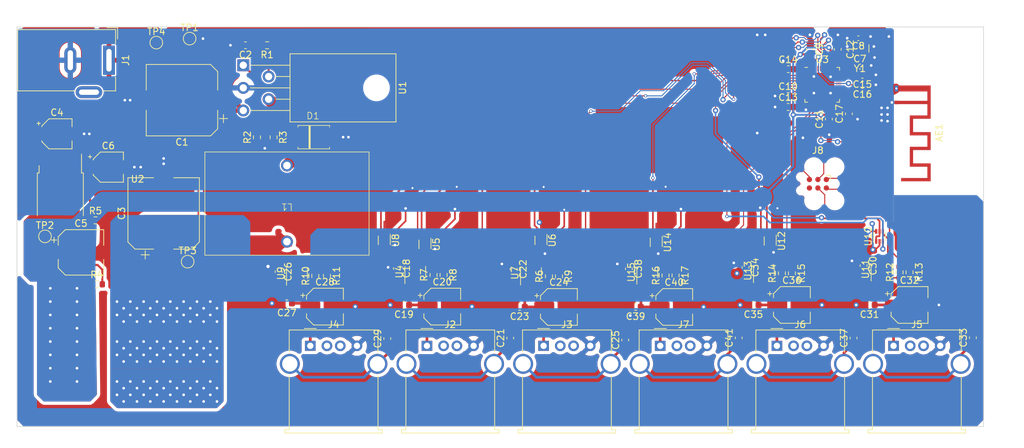
<source format=kicad_pcb>
(kicad_pcb (version 20221018) (generator pcbnew)
  (layers (0 "F.Cu" signal) (31 "B.Cu" signal) (34 "B.Paste" user) (35 "F.Paste" user) (36 "B.SilkS" user "B.Silkscreen") (37 "F.SilkS" user "F.Silkscreen") (38 "B.Mask" user) (39 "F.Mask" user) (44 "Edge.Cuts" user))
  (net 0 "")
  (net 1 "VIN")
  (net 2 "GND")
  (net 4 "Net-(C2-Pad1)")
  (net 5 "5V_5A")
  (net 6 "/Power/Vsw")
  (net 7 "Net-(U1-Vc)")
  (net 8 "Net-(U1-FB)")
  (net 9 "+3V3")
  (net 10 "/Power/adj")
  (net 11 "Net-(U4-~{FLG})")
  (net 21 "Net-(U3-XC1)")
  (net 22 "Net-(U3-XC2)")
  (net 23 "Net-(U3-DEC1)")
  (net 24 "Net-(U3-DEC3)")
  (net 25 "Net-(U3-DEC4)")
  (net 26 "Net-(U3-DEC5)")
  (net 27 "/uC/ANT")
  (net 28 "/USB connectors+load switches/EN1")
  (net 29 "Net-(J2-VBUS)")
  (net 30 "Net-(J2-Shield)")
  (net 33 "/USB connectors+load switches/EN_1")
  (net 34 "Net-(J3-VBUS)")
  (net 35 "Net-(J3-Shield)")
  (net 38 "Net-(U7-~{FLG})")
  (net 39 "/USB connectors+load switches/FLT_2")
  (net 40 "/USB connectors+load switches/FLT_1")
  (net 41 "/USB connectors+load switches/EN_2")
  (net 42 "/USB connectors+load switches/EN2")
  (net 43 "Net-(J4-VBUS)")
  (net 44 "Net-(J4-Shield)")
  (net 45 "Net-(J5-VBUS)")
  (net 46 "Net-(J5-Shield)")
  (net 47 "Net-(J6-VBUS)")
  (net 48 "Net-(J6-Shield)")
  (net 49 "Net-(J7-VBUS)")
  (net 50 "Net-(J7-Shield)")
  (net 59 "Net-(U9-~{FLG})")
  (net 60 "/USB connectors+load switches/FLT_3")
  (net 61 "Net-(U11-~{FLG})")
  (net 62 "/USB connectors+load switches/FLT_6")
  (net 63 "Net-(U13-~{FLG})")
  (net 64 "/USB connectors+load switches/FLT_5")
  (net 65 "Net-(U15-~{FLG})")
  (net 66 "/USB connectors+load switches/FLT_4")
  (net 67 "/USB connectors+load switches/EN_5")
  (net 68 "/USB connectors+load switches/EN_6")
  (net 69 "/USB connectors+load switches/EN_3")
  (net 70 "/USB connectors+load switches/EN3")
  (net 71 "/USB connectors+load switches/EN6")
  (net 72 "/USB connectors+load switches/EN5")
  (net 73 "/USB connectors+load switches/EN_4")
  (net 74 "/USB connectors+load switches/EN4")
  (net 75 "/uC/SWDIO")
  (net 76 "/uC/RESET")
  (net 77 "/uC/SWDCLK")
  (footprint "Connector_USB:USB_A_Molex_67643_Horizontal" (layer "F.Cu") (at 85 81.64)
    (fp_text reference "J4")
    (fp_text value "USB_A")
  )
  (footprint "Package_TO_SOT_SMD:SOT-23-5" (layer "F.Cu") (at 135.55 70.575 90)
    (fp_text reference "U15")
    (fp_text value "AP22814AW5")
  )
  (footprint "Package_TO_SOT_THT:TO-220-5_P3.4x3.8mm_StaggerOdd_Lead7.13mm_TabDown" (layer "F.Cu") (at 74.95 39.5 -90)
    (fp_text reference "U1")
    (fp_text value "~")
  )
  (footprint "Resistor_SMD:R_0603_1608Metric" (layer "F.Cu") (at 52.775 62.8)
    (fp_text reference "R5")
    (fp_text value "10k")
  )
  (footprint "Resistor_SMD:R_0603_1608Metric" (layer "F.Cu") (at 52.975 72.4)
    (fp_text reference "R4")
    (fp_text value "6.04k")
  )
  (footprint "Capacitor_SMD:C_0603_1608Metric" (layer "F.Cu") (at 165.8 46.8 90)
    (fp_text reference "C17")
    (fp_text value "820pF")
  )
  (footprint "Connector_USB:USB_A_Molex_67643_Horizontal" (layer "F.Cu") (at 172.5 81.64)
    (fp_text reference "J5")
    (fp_text value "USB_A")
  )
  (footprint "Resistor_SMD:R_0603_1608Metric" (layer "F.Cu") (at 79.5 50.325 -90)
    (fp_text reference "R3")
    (fp_text value "2.21k")
  )
  (footprint "Connector:Tag-Connect_TC2030-IDC-FP_2x03_P1.27mm_Vertical" (layer "F.Cu") (at 161.15 57.3 180)
    (fp_text reference "J8")
    (fp_text value "Conn_ARM_SWD_TagConnect_TC2030")
  )
  (footprint "Package_TO_SOT_SMD:SOT-23-5" (layer "F.Cu") (at 153.05 70.3625 90)
    (fp_text reference "U13")
    (fp_text value "AP22814AW5")
  )
  (footprint "Capacitor_SMD:C_0603_1608Metric" (layer "F.Cu") (at 132.8 70.075 -90)
    (fp_text reference "C38")
    (fp_text value "1uF")
  )
  (footprint "Package_TO_SOT_SMD:SOT-563" (layer "F.Cu") (at 96.1 65.8 -90)
    (fp_text reference "U8")
    (fp_text value "SN74LVC1T45DRL")
  )
  (footprint "Capacitor_SMD:C_0603_1608Metric" (layer "F.Cu") (at 156.68 44.1175)
    (fp_text reference "C10")
    (fp_text value "4.7uF")
  )
  (footprint "Capacitor_SMD:C_0402_1005Metric" (layer "F.Cu") (at 167.45 39.6975)
    (fp_text reference "C7")
    (fp_text value "20pF")
  )
  (footprint "TestPoint:TestPoint_Pad_D1.5mm" (layer "F.Cu") (at 45.2 65.2)
    (fp_text reference "TP2")
    (fp_text value "TestPoint")
  )
  (footprint "Capacitor_SMD:C_0603_1608Metric" (layer "F.Cu") (at 98 70.025 -90)
    (fp_text reference "C18")
    (fp_text value "1uF")
  )
  (footprint "Resistor_SMD:R_0603_1608Metric" (layer "F.Cu") (at 103.5 71 90)
    (fp_text reference "R7")
    (fp_text value "1.1k")
  )
  (footprint "Capacitor_SMD:C_0603_1608Metric" (layer "F.Cu") (at 167.825 40.9375 180)
    (fp_text reference "C15")
    (fp_text value "100pF")
  )
  (footprint "Capacitor_SMD:C_0603_1608Metric" (layer "F.Cu") (at 115.5 70.125 -90)
    (fp_text reference "C22")
    (fp_text value "1uF")
  )
  (footprint "Capacitor_SMD:C_0603_1608Metric" (layer "F.Cu") (at 166.5 80.475 90)
    (fp_text reference "C37")
    (fp_text value "10nF")
  )
  (footprint "Capacitor_SMD:C_0603_1608Metric" (layer "F.Cu") (at 115 80.475 90)
    (fp_text reference "C21")
    (fp_text value "10nF")
  )
  (footprint "Resistor_SMD:R_0603_1608Metric" (layer "F.Cu") (at 139.8 71.075 -90)
    (fp_text reference "R17")
    (fp_text value "2.2k")
  )
  (footprint "Capacitor_SMD:C_0603_1608Metric" (layer "F.Cu") (at 168 69.6 -90)
    (fp_text reference "C30")
    (fp_text value "1uF")
  )
  (footprint "Resistor_SMD:R_0603_1608Metric" (layer "F.Cu") (at 157.25 70.75 -90)
    (fp_text reference "R15")
    (fp_text value "2.2k")
  )
  (footprint "Capacitor_SMD:C_0603_1608Metric" (layer "F.Cu") (at 164.125 37.1125 -90)
    (fp_text reference "C12")
    (fp_text value "100nF")
  )
  (footprint "Package_TO_SOT_SMD:SOT-23-5" (layer "F.Cu") (at 170.7 70.1 90)
    (fp_text reference "U11")
    (fp_text value "AP22814AW5")
  )
  (footprint "RF_Antenna:Texas_SWRA117D_2.4GHz_Right" (layer "F.Cu") (at 172.925 45.0875 -90)
    (fp_text reference "AE1")
    (fp_text value "Antenna_Chip")
  )
  (footprint "Capacitor_SMD:C_0603_1608Metric" (layer "F.Cu") (at 167.825 42.4375 180)
    (fp_text reference "C16")
    (fp_text value "1uF")
  )
  (footprint "Inductor_THT:PE-92114" (layer "F.Cu") (at 81.5 60.28 180)
    (fp_text reference "L1")
    (fp_text value "PE-92114KNL")
  )
  (footprint "Capacitor_SMD:C_0603_1608Metric" (layer "F.Cu") (at 96.55 80.55 90)
    (fp_text reference "C29")
    (fp_text value "10nF")
  )
  (footprint "Resistor_SMD:R_0603_1608Metric" (layer "F.Cu") (at 138.3 71.075 90)
    (fp_text reference "R16")
    (fp_text value "1.1k")
  )
  (footprint "Package_TO_SOT_SMD:TO-252-3_TabPin2" (layer "F.Cu") (at 47.5 58.99 -90)
    (fp_text reference "U2")
    (fp_text value "LM1117DT-ADJ")
  )
  (footprint "Capacitor_SMD:C_0603_1608Metric" (layer "F.Cu") (at 81.475 75.25 180)
    (fp_text reference "C27")
    (fp_text value "0.1uF")
  )
  (footprint "TestPoint:TestPoint_Pad_D1.5mm" (layer "F.Cu") (at 66.6 69)
    (fp_text reference "TP3")
    (fp_text value "TestPoint")
  )
  (footprint "Capacitor_SMD:C_0603_1608Metric" (layer "F.Cu") (at 150.3 69.8625 -90)
    (fp_text reference "C34")
    (fp_text value "1uF")
  )
  (footprint "Capacitor_SMD:C_0603_1608Metric" (layer "F.Cu") (at 149.275 80.45 90)
    (fp_text reference "C41")
    (fp_text value "10nF")
  )
  (footprint "Resistor_SMD:R_0603_1608Metric" (layer "F.Cu") (at 105 71 -90)
    (fp_text reference "R8")
    (fp_text value "2.2k")
  )
  (footprint "Capacitor_SMD:C_0603_1608Metric" (layer "F.Cu") (at 151.475 75.5 180)
    (fp_text reference "C35")
    (fp_text value "0.1uF")
  )
  (footprint "Capacitor_SMD:C_0603_1608Metric" (layer "F.Cu") (at 184.4 80.425 90)
    (fp_text reference "C33")
    (fp_text value "10nF")
  )
  (footprint "Package_TO_SOT_SMD:SOT-23-5" (layer "F.Cu") (at 100.75 70.5 90)
    (fp_text reference "U4")
    (fp_text value "AP22814AW5")
  )
  (footprint "Capacitor_SMD:C_0603_1608Metric" (layer "F.Cu") (at 133.8 75.8 180)
    (fp_text reference "C39")
    (fp_text value "0.1uF")
  )
  (footprint "Resistor_SMD:R_0603_1608Metric" (layer "F.Cu") (at 77 50.325 90)
    (fp_text reference "R2")
    (fp_text value "2.8k")
  )
  (footprint "Resistor_SMD:R_0603_1608Metric" (layer "F.Cu") (at 155.75 70.75 90)
    (fp_text reference "R14")
    (fp_text value "1.1k")
  )
  (footprint "Capacitor_SMD:C_0603_1608Metric" (layer "F.Cu") (at 162.8 47.5875 90)
    (fp_text reference "C11")
    (fp_text value "100nF")
  )
  (footprint "Capacitor_SMD:C_0603_1608Metric" (layer "F.Cu") (at 156.68 45.7675)
    (fp_text reference "C13")
    (fp_text value "4.7uF")
  )
  (footprint "Connector_USB:USB_A_Molex_67643_Horizontal" (layer "F.Cu") (at 137.5 81.64)
    (fp_text reference "J7")
    (fp_text value "USB_A")
  )
  (footprint "Connector_USB:USB_A_Molex_67643_Horizontal" (layer "F.Cu") (at 102.5 81.64)
    (fp_text reference "J2")
    (fp_text value "USB_A")
  )
  (footprint "Resistor_SMD:R_0603_1608Metric" (layer "F.Cu") (at 85.75 71.1375 90)
    (fp_text reference "R10")
    (fp_text value "1.1k")
  )
  (footprint "TestPoint:TestPoint_Pad_D1.5mm" (layer "F.Cu") (at 66.9 35.5)
    (fp_text reference "TP1")
    (fp_text value "TestPoint")
  )
  (footprint "Capacitor_SMD:C_0402_1005Metric" (layer "F.Cu") (at 167.22 35.4475 180)
    (fp_text reference "C8")
    (fp_text value "20pF")
  )
  (footprint "Resistor_SMD:R_0603_1608Metric" (layer "F.Cu") (at 122.3 71.2 -90)
    (fp_text reference "R9")
    (fp_text value "2.2k")
  )
  (footprint "Capacitor_SMD:C_0603_1608Metric" (layer "F.Cu") (at 80.25 70.5 -90)
    (fp_text reference "C26")
    (fp_text value "1uF")
  )
  (footprint "Capacitor_SMD:CP_Elec_10x10.5" (layer "F.Cu") (at 65.75 44.75 180)
    (fp_text reference "C1")
    (fp_text value "220uF")
  )
  (footprint "Package_TO_SOT_SMD:SOT-563" (layer "F.Cu") (at 119.6 65.8 -90)
    (fp_text reference "U6")
    (fp_text value "SN74LVC1T45DRL")
  )
  (footprint "Oscillator:Oscillator_SMD_Abracon_ASDMB-4Pin_2.5x2.0mm" (layer "F.Cu") (at 167.45 37.5475 180)
    (fp_text reference "Y1")
    (fp_text value "Crystal_GND24")
  )
  (footprint "Resistor_SMD:R_0603_1608Metric" (layer "F.Cu") (at 174.9 70.6 -90)
    (fp_text reference "R13")
    (fp_text value "2.2k")
  )
  (footprint "Capacitor_SMD:CP_Elec_10x10.5" (layer "F.Cu") (at 63 61.75 90)
    (fp_text reference "C3")
    (fp_text value "390uF")
  )
  (footprint "Capacitor_SMD:CP_Elec_5x5.9" (layer "F.Cu") (at 122.3 75.8)
    (fp_text reference "C24")
    (fp_text value "120uF")
  )
  (footprint "Capacitor_SMD:CP_Elec_5x5.9" (layer "F.Cu") (at 87.2 75.75)
    (fp_text reference "C28")
    (fp_text value "120uF")
  )
  (footprint "Package_TO_SOT_SMD:SOT-23-5" (layer "F.Cu") (at 118.1 70.7 90)
    (fp_text reference "U7")
    (fp_text value "AP22814AW5")
  )
  (footprint "Package_TO_SOT_SMD:SOT-563" (layer "F.Cu") (at 136.9 66.1 -90)
    (fp_text reference "U14")
    (fp_text value "SN74LVC1T45DRL")
  )
  (footprint "Capacitor_SMD:C_0603_1608Metric" (layer "F.Cu") (at 132.25 80.775 90)
    (fp_text reference "C25")
    (fp_text value "10nF")
  )
  (footprint "Package_DFN_QFN:QFN-40-1EP_5x5mm_P0.4mm_EP3.6x3.6mm" (layer "F.Cu") (at 161.8 42.4375)
    (fp_text reference "U3")
    (fp_text value "nRF52820-QDxx")
  )
  (footprint "TestPoint:TestPoint_Pad_D1.5mm" (layer "F.Cu") (at 61.9 36.1)
    (fp_text reference "TP4")
    (fp_text value "TestPoint")
  )
  (footprint "Capacitor_SMD:C_0603_1608Metric" (layer "F.Cu") (at 159.95 37.0875 -90)
    (fp_text reference "C9")
    (fp_text value "1.0uF")
  )
  (footprint "Resistor_SMD:R_0603_1608Metric" (layer "F.Cu") (at 87.5 71.1375 -90)
    (fp_text reference "R11")
    (fp_text value "2.2k")
  )
  (footprint "Resistor_SMD:R_0603_1608Metric" (layer "F.Cu") (at 120.8 71.2 90)
    (fp_text reference "R6")
    (fp_text value "1.1k")
  )
  (footprint "Package_TO_SOT_SMD:SOT-563" (layer "F.Cu") (at 102.2 66.4 -90)
    (fp_text reference "U5")
    (fp_text value "SN74LVC1T45DRL")
  )
  (footprint "Diode_SMD:SK34BQ-L" (layer "F.Cu") (at 85.4 50.3)
    (fp_text reference "D1")
    (fp_text value "D_Schottky")
  )
  (footprint "Capacitor_SMD:CP_Elec_4x4.5" (layer "F.Cu") (at 54.7 54.8)
    (fp_text reference "C6")
    (fp_text value "10uF")
  )
  (footprint "Capacitor_SMD:C_0603_1608Metric" (layer "F.Cu") (at 99.05 75.5 180)
    (fp_text reference "C19")
    (fp_text value "0.1uF")
  )
  (footprint "Capacitor_SMD:C_0603_1608Metric" (layer "F.Cu") (at 75.275 36.5 180)
    (fp_text reference "C2")
    (fp_text value "0.01uF")
  )
  (footprint "Capacitor_SMD:CP_Elec_4x4.5" (layer "F.Cu") (at 47 49.8)
    (fp_text reference "C4")
    (fp_text value "10uF")
  )
  (footprint "Capacitor_SMD:C_0603_1608Metric" (layer "F.Cu") (at 168.9 75.5 180)
    (fp_text reference "C31")
    (fp_text value "0.1uF")
  )
  (footprint "Package_TO_SOT_SMD:SOT-563" (layer "F.Cu") (at 170.4 65.2 90)
    (fp_text reference "U10")
    (fp_text value "SN74LVC1T45DRL")
  )
  (footprint "Package_TO_SOT_SMD:SOT-23-5" (layer "F.Cu") (at 83 70.75 90)
    (fp_text reference "U9")
    (fp_text value "AP22814AW5")
  )
  (footprint "Capacitor_SMD:CP_Elec_5x5.9" (layer "F.Cu") (at 139.6 75.8)
    (fp_text reference "C40")
    (fp_text value "120uF")
  )
  (footprint "Capacitor_SMD:CP_Elec_5x5.9" (layer "F.Cu") (at 157.25 75.5)
    (fp_text reference "C36")
    (fp_text value "120uF")
  )
  (footprint "Connector_USB:USB_A_Molex_67643_Horizontal" (layer "F.Cu") (at 155 81.64)
    (fp_text reference "J6")
    (fp_text value "USB_A")
  )
  (footprint "Capacitor_SMD:C_0603_1608Metric" (layer "F.Cu") (at 116.4 75.8 180)
    (fp_text reference "C23")
    (fp_text value "0.1uF")
  )
  (footprint "Capacitor_SMD:CP_Elec_6.3x5.2" (layer "F.Cu") (at 50.6 67.6)
    (fp_text reference "C5")
    (fp_text value "100uF")
  )
  (footprint "Package_TO_SOT_SMD:SOT-563" (layer "F.Cu") (at 154 65.9 -90)
    (fp_text reference "U12")
    (fp_text value "SN74LVC1T45DRL")
  )
  (footprint "Capacitor_SMD:C_0603_1608Metric" (layer "F.Cu") (at 156.7 40.0875)
    (fp_text reference "C14")
    (fp_text value "01.uF")
  )
  (footprint "Capacitor_SMD:CP_Elec_5x5.9" (layer "F.Cu") (at 104.8 75.75)
    (fp_text reference "C20")
    (fp_text value "120uF")
  )
  (footprint "Resistor_SMD:R_0603_1608Metric" (layer "F.Cu") (at 173.4 70.6 90)
    (fp_text reference "R12")
    (fp_text value "1.1k")
  )
  (footprint "Connector_BarrelJack:BarrelJack_Wuerth_6941xx301002" (layer "F.Cu") (at 54.8 38.75 -90)
    (fp_text reference "J1")
    (fp_text value "Barrel_Jack_Switch")
  )
  (footprint "Capacitor_SMD:CP_Elec_5x5.9" (layer "F.Cu") (at 174.9 75.5)
    (fp_text reference "C32")
    (fp_text value "120uF")
  )
  (footprint "Connector_USB:USB_A_Molex_67643_Horizontal" (layer "F.Cu") (at 120 81.64)
    (fp_text reference "J3")
    (fp_text value "USB_A")
  )
  (footprint "Resistor_SMD:R_0603_1608Metric" (layer "F.Cu") (at 78.525 36.5 180)
    (fp_text reference "R1")
    (fp_text value "2.7k")
  )
  (gr_rect (start 41 33.75) (end 186 93.75) (stroke (width 0.1)) (fill none) (layer "Edge.Cuts"))
  (segment (start 54.8 41.63) (end 55.2 42.03) (width 0.7) (layer "F.Cu") (net 1))
  (segment (start 45.2 53.93) (end 45.22 53.95) (width 0.7) (layer "F.Cu") (net 1))
  (segment (start 73.4 44.75) (end 74.95 46.3) (width 0.7) (layer "F.Cu") (net 1))
  (segment (start 45.2 49.8) (end 45.2 53.93) (width 0.7) (layer "F.Cu") (net 1))
  (segment (start 55.2 45.18) (end 54.02 46.36) (width 0.7) (layer "F.Cu") (net 1))
  (segment (start 67.25 44.75) (end 61.25 38.75) (width 0.7) (layer "F.Cu") (net 1))
  (segment (start 55.2 42.03) (end 55.2 45.18) (width 0.7) (layer "F.Cu") (net 1))
  (segment (start 47.19 46.36) (end 45.2 48.35) (width 0.7) (layer "F.Cu") (net 1))
  (segment (start 45.2 48.35) (end 45.2 49.8) (width 0.7) (layer "F.Cu") (net 1))
  (segment (start 69.95 44.75) (end 67.25 44.75) (width 0.7) (layer "F.Cu") (net 1))
  (segment (start 69.95 44.75) (end 73.4 44.75) (width 0.7) (layer "F.Cu") (net 1))
  (segment (start 54.02 46.36) (end 47.19 46.36) (width 0.7) (layer "F.Cu") (net 1))
  (segment (start 54.8 38.75) (end 54.8 41.63) (width 0.7) (layer "F.Cu") (net 1))
  (segment (start 61.25 38.75) (end 54.8 38.75) (width 0.7) (layer "F.Cu") (net 1))
  (segment (start 59.56 54.8) (end 58.61 54.8) (width 0.8) (layer "F.Cu") (net 2))
  (segment (start 139.8 71.9) (end 140.9 71.9) (width 0.2) (layer "F.Cu") (net 2))
  (segment (start 56.5 54.8) (end 58.61 54.8) (width 0.8) (layer "F.Cu") (net 2))
  (segment (start 158.7986 71.575) (end 158.8008 71.5772) (width 0.4) (layer "F.Cu") (net 2))
  (segment (start 133.025 75.8) (end 133.025 77.075) (width 0.4) (layer "F.Cu") (net 2))
  (segment (start 169.774695 67.2) (end 169.4 67.2) (width 0.25) (layer "F.Cu") (net 2))
  (segment (start 159.95 36.3125) (end 159.95 34.9375) (width 0.15) (layer "F.Cu") (net 2))
  (segment (start 135.55 73.15) (end 135.6 73.2) (width 0.4) (layer "F.Cu") (net 2))
  (segment (start 155.06 64) (end 155.6 64) (width 0.25) (layer "F.Cu") (net 2))
  (segment (start 61.55 44.75) (end 57.975 44.75) (width 0.7) (layer "F.Cu") (net 2))
  (segment (start 89.925 50.3) (end 90.725 50.3) (width 0.3) (layer "F.Cu") (net 2))
  (segment (start 159.3625 44.2375) (end 159.3625 46.175) (width 0.15) (layer "F.Cu") (net 2))
  (segment (start 56.36 67.6) (end 56.37 67.59) (width 0.8) (layer "F.Cu") (net 2))
  (segment (start 87.5 71.9625) (end 88.9625 71.9625) (width 0.2) (layer "F.Cu") (net 2))
  (segment (start 153.05 71.5) (end 153.05 72.8) (width 0.4) (layer "F.Cu") (net 2))
  (segment (start 87.55 50.3) (end 90.725 50.3) (width 0.7) (layer "F.Cu") (net 2))
  (segment (start 166.625 35.5625) (end 166.74 35.4475) (width 0.15) (layer "F.Cu") (net 2))
  (segment (start 155.06 64) (end 155.06 61) (width 0.25) (layer "F.Cu") (net 2))
  (segment (start 102.7 62.03) (end 106.97 57.76) (width 0.25) (layer "F.Cu") (net 2))
  (segment (start 168.85 39.7375) (end 169.05 39.5375) (width 0.15) (layer "F.Cu") (net 2))
  (segment (start 159.45 75.5) (end 161.75 75.5) (width 0.4) (layer "F.Cu") (net 2))
  (segment (start 96.1 63) (end 96.4 63) (width 0.25) (layer "F.Cu") (net 2))
  (segment (start 162.8 49.8875) (end 162.85 49.9375) (width 0.15) (layer "F.Cu") (net 2))
  (segment (start 150.7 75.5) (end 149.5 75.5) (width 0.4) (layer "F.Cu") (net 2))
  (segment (start 123.575 72.025) (end 123.6 72) (width 0.2) (layer "F.Cu") (net 2))
  (segment (start 141.8 75.8) (end 144 75.8) (width 0.4) (layer "F.Cu") (net 2))
  (segment (start 56.37 67.59) (end 57.29 67.59) (width 0.8) (layer "F.Cu") (net 2))
  (segment (start 165.56 35.4475) (end 165.55 35.4375) (width 0.15) (layer "F.Cu") (net 2))
  (segment (start 119.375 63.1) (end 120.01 62.465) (width 0.25) (layer "F.Cu") (net 2))
  (segment (start 89.4 75.75) (end 91.75 75.75) (width 0.4) (layer "F.Cu") (net 2))
  (segment (start 118.1 73.1) (end 118.65 73.65) (width 0.6) (layer "F.Cu") (net 2))
  (segment (start 164.15 36.5625) (end 164.15 34.9375) (width 0.15) (layer "F.Cu") (net 2))
  (segment (start 102.7 64.3) (end 102.7 62.03) (width 0.25) (layer "F.Cu") (net 2))
  (segment (start 102.2 65.65) (end 102.2 64.8) (width 0.25) (layer "F.Cu") (net 2))
  (segment (start 168 70.375) (end 166.725 70.375) (width 0.4) (layer "F.Cu") (net 2))
  (segment (start 169.25 38.3375) (end 169.65 38.3375) (width 0.15) (layer "F.Cu") (net 2))
  (segment (start 119.6 65.05) (end 119.6 63.325) (width 0.25) (layer "F.Cu") (net 2))
  (segment (start 107 75.75) (end 109.25 75.75) (width 0.4) (layer "F.Cu") (net 2))
  (segment (start 168.6 42.4375) (end 169.65 42.4375) (width 0.25) (layer "F.Cu") (net 2))
  (segment (start 159.88 56.665) (end 159.88 56.263927) (width 0.15) (layer "F.Cu") (net 2))
  (segment (start 153.05 72.8) (end 153.25 73) (width 0.4) (layer "F.Cu") (net 2))
  (segment (start 100.75 71.6375) (end 100.75 72.8) (width 0.4) (layer "F.Cu") (net 2))
  (segment (start 158.9 55.283927) (end 158.9 50.4) (width 0.15) (layer "F.Cu") (net 2))
  (segment (start 138.31 62.19) (end 138.31 57.75) (width 0.25) (layer "F.Cu") (net 2))
  (segment (start 88.9625 71.9625) (end 89 72) (width 0.2) (layer "F.Cu") (net 2))
  (segment (start 155.06 61) (end 155.08 60.98) (width 0.25) (layer "F.Cu") (net 2))
  (segment (start 170.7 71.2375) (end 170.7 72.6) (width 0.4) (layer "F.Cu") (net 2))
  (segment (start 172.925 45.0875) (end 172.25 45.0875) (width 0.25) (layer "F.Cu") (net 2))
  (segment (start 167.93 38.6675) (end 168.275 38.3225) (width 0.15) (layer "F.Cu") (net 2))
  (segment (start 98.275 75.5) (end 97 75.5) (width 0.4) (layer "F.Cu") (net 2))
  (segment (start 149.1125 70.6375) (end 149 70.75) (width 0.4) (layer "F.Cu") (net 2))
  (segment (start 63.025 54.275) (end 63 54.3) (width 0.7) (layer "F.Cu") (net 2))
  (segment (start 48.8 49.8) (end 51.07 49.8) (width 0.8) (layer "F.Cu") (net 2))
  (segment (start 122.3 72.025) (end 123.575 72.025) (width 0.2) (layer "F.Cu") (net 2))
  (segment (start 51.07 49.8) (end 51.85 49.8) (width 0.8) (layer "F.Cu") (net 2))
  (segment (start 96.4 63) (end 96.4 61.88) (width 0.25) (layer "F.Cu") (net 2))
  (segment (start 166.74 35.4475) (end 165.56 35.4475) (width 0.15) (layer "F.Cu") (net 2))
  (segment (start 80.7 75.25) (end 79.25 75.25) (width 0.4) (layer "F.Cu") (net 2))
  (segment (start 136.9 65.35) (end 136.9 63.3) (width 0.25) (layer "F.Cu") (net 2))
  (segment (start 133.025 77.075) (end 133 77.1) (width 0.4) (layer "F.Cu") (net 2))
  (segment (start 157.25 71.575) (end 158.7986 71.575) (width 0.4) (layer "F.Cu") (net 2))
  (segment (start 66.9 35.5) (end 68.9 35.5) (width 0.3) (layer "F.Cu") (net 2))
  (segment (start 136.9 63.3) (end 137.2 63.3) (width 0.25) (layer "F.Cu") (net 2))
  (segment (start 166.625 36.7725) (end 166.625 35.5625) (width 0.15) (layer "F.Cu") (net 2))
  (segment (start 174.9 71.425) (end 176.125 71.425) (width 0.2) (layer "F.Cu") (net 2))
  (segment (start 83 71.8875) (end 83 73.5) (width 0.2) (layer "F.Cu") (net 2))
  (segment (start 169.235 38.3225) (end 169.25 38.3375) (width 0.15) (layer "F.Cu") (net 2))
  (segment (start 159.3625 46.175) (end 159.35 46.1875) (width 0.15) (layer "F.Cu") (net 2))
  (segment (start 167.93 39.6975) (end 167.93 38.6675) (width 0.15) (layer "F.Cu") (net 2))
  (segment (start 80.25 71.275) (end 80.25 72.75) (width 0.4) (layer "F.Cu") (net 2))
  (segment (start 154.48 64) (end 155.06 64) (width 0.25) (layer "F.Cu") (net 2))
  (segment (start 168.125 75.5) (end 166.9 75.5) (width 0.4) (layer "F.Cu") (net 2))
  (segment (start 79.5 51.15) (end 79 51.15) (width 0.3) (layer "F.Cu") (net 2))
  (segment (start 87.55 50.3) (end 89.925 50.3) (width 0.7) (layer "F.Cu") (net 2))
  (segment (start 155.925 38.8625) (end 155.95 38.8375) (width 0.15) (layer "F.Cu") (net 2))
  (segment (start 53.4 67.6) (end 56.36 67.6) (width 0.8) (layer "F.Cu") (net 2))
  (segment (start 57.29 67.59) (end 57.3 67.6) (width 0.8) (layer "F.Cu") (net 2))
  (segment (start 167.93 39.6975) (end 168.81 39.6975) (width 0.15) (layer "F.Cu") (net 2))
  (segment (start 118.1 71.8375) (end 118.1 73.1) (width 0.6) (layer "F.Cu") (net 2))
  (segment (start 168.81 39.6975) (end 168.85 39.7375) (width 0.15) (layer "F.Cu") (net 2))
  (segment (start 102.2 64.8) (end 102.7 64.3) (width 0.25) (layer "F.Cu") (net 2))
  (segment (start 170.4 66.574695) (end 169.774695 67.2) (width 0.25) (layer "F.Cu") (net 2))
  (segment (start 63 53.5) (end 63 54.3) (width 0.8) (layer "F.Cu") (net 2))
  (segment (start 167.93 39.6975) (end 167.93 39.643684) (width 0.15) (layer "F.Cu") (net 2))
  (segment (start 106.075 71.825) (end 106.1 71.8) (width 0.2) (layer "F.Cu") (net 2))
  (segment (start 96.1 65.05) (end 96.1 63) (width 0.25) (layer "F.Cu") (net 2))
  (segment (start 177.1 75.5) (end 179.3 75.5) (width 0.4) (layer "F.Cu") (net 2))
  (segment (start 159.88 56.263927) (end 158.9 55.283927) (width 0.15) (layer "F.Cu") (net 2))
  (segment (start 98 70.8) (end 98 71.8) (width 0.4) (layer "F.Cu") (net 2))
  (segment (start 135.55 71.7125) (end 135.55 73.15) (width 0.4) (layer "F.Cu") (net 2))
  (segment (start 154 64.48) (end 154.48 64) (width 0.25) (layer "F.Cu") (net 2))
  (segment (start 51.85 49.8) (end 51.86 49.81) (width 0.8) (layer "F.Cu") (net 2))
  (segment (start 168.6 40.9375) (end 169.95 40.9375) (width 0.25) (layer "F.Cu") (net 2))
  (segment (start 170.4 65.95) (end 170.4 66.574695) (width 0.25) (layer "F.Cu") (net 2))
  (segment (start 165.8 47.575) (end 167.075 47.575) (width 0.15) (layer "F.Cu") (net 2))
  (segment (start 168.275 38.3225) (end 169.235 38.3225) (width 0.15) (layer "F.Cu") (net 2))
  (segment (start 150.3 70.6375) (end 149.1125 70.6375) (width 0.4) (layer "F.Cu") (net 2))
  (segment (start 79 51.15) (end 78.175 51.975) (width 0.3) (layer "F.Cu") (net 2))
  (segment (start 98 71.8) (end 98.2 72) (width 0.4) (layer "F.Cu") (net 2))
  (segment (start 155.925 40.0875) (end 155.925 38.8625) (width 0.15) (layer "F.Cu") (net 2))
  (segment (start 96.4 61.88) (end 100.33 57.95) (width 0.25) (layer "F.Cu") (net 2))
  (segment (start 154 65.15) (end 154 64.48) (width 0.25) (layer "F.Cu") (net 2))
  (segment (start 166.725 70.375) (end 166.7 70.4) (width 0.4) (layer "F.Cu") (net 2))
  (segment (start 119.6 63.325) (end 119.375 63.1) (width 0.25) (layer "F.Cu") (net 2))
  (segment (start 120.01 62.465) (end 120.01 57.78) (width 0.25) (layer "F.Cu") (net 2))
  (segment (start 100.75 72.8) (end 100.95 73) (width 0.4) (layer "F.Cu") (net 2))
  (segment (start 63 57.55) (end 63 54.3) (width 0.7) (layer "F.Cu") (net 2))
  (segment (start 176.125 71.425) (end 176.2 71.5) (width 0.2) (layer "F.Cu") (net 2))
  (segment (start 169.05 39.5375) (end 169.15 39.5375) (width 0.15) (layer "F.Cu") (net 2))
  (segment (start 137.2 63.3) (end 138.31 62.19) (width 0.25) (layer "F.Cu") (net 2))
  (segment (start 164.2375 42.6375) (end 162 42.6375) (width 0.15) (layer "F.Cu") (net 2))
  (segment (start 161.2 40) (end 161.2 41.8375) (width 0.15) (layer "F.Cu") (net 2))
  (segment (start 167.075 47.575) (end 167.1 47.6) (width 0.15) (layer "F.Cu") (net 2))
  (segment (start 162.8 48.3625) (end 162.8 49.8875) (width 0.15) (layer "F.Cu") (net 2))
  (segment (start 132.8 70.85) (end 132.8 72) (width 0.4) (layer "F.Cu") (net 2))
  (segment (start 57.975 44.75) (end 57.175 44.75) (width 0.7) (layer "F.Cu") (net 2))
  (segment (start 105 71.825) (end 106.075 71.825) (width 0.2) (layer "F.Cu") (net 2))
  (segment (start 74.5 36.5) (end 73.025 36.5) (width 0.3) (layer "F.Cu") (net 2))
  (via (at 138.31 57.75) (size 0.5) (drill 0.3) (layers "F.Cu" "B.Cu") (net 2))
  (via (at 169.15 39.5375) (size 0.8) (drill 0.4) (layers "F.Cu" "B.Cu") (net 2))
  (via (at 171.6 47.9) (size 0.8) (drill 0.4) (layers "F.Cu" "B.Cu") (net 2))
  (via (at 171.6 46.9) (size 0.8) (drill 0.4) (layers "F.Cu" "B.Cu") (net 2))
  (via (at 73.025 36.5) (size 0.8) (drill 0.4) (layers "F.Cu" "B.Cu") (net 2))
  (via (at 160.55 41.1875) (size 0.8) (drill 0.4) (layers "F.Cu" "B.Cu") (net 2))
  (via (at 176.2 71.5) (size 0.8) (drill 0.4) (layers "F.Cu" "B.Cu") (net 2))
  (via (at 169.85 42.4375) (size 0.8) (drill 0.4) (layers "F.Cu" "B.Cu") (net 2))
  (via (at 169.3 63.3) (size 0.8) (drill 0.4) (layers "F.Cu" "B.Cu") (net 2))
  (via (at 120.01 57.78) (size 0.5) (drill 0.3) (layers "F.Cu" "B.Cu") (net 2))
  (via (at 155.08 60.98) (size 0.5) (drill 0.3) (layers "F.Cu" "B.Cu") (net 2))
  (via (at 149.5 75.5) (size 0.8) (drill 0.4) (layers "F.Cu" "B.Cu") (net 2))
  (via (at 79.25 75.25) (size 0.8) (drill 0.4) (layers "F.Cu" "B.Cu") (net 2))
  (via (at 165.55 36.6875) (size 0.8) (drill 0.4) (layers "F.Cu" "B.Cu") (net 2))
  (via (at 162.85 49.9375) (size 0.8) (drill 0.4) (layers "F.Cu" "B.Cu") (net 2))
  (via (at 171.8 35.1875) (size 0.8) (drill 0.4) (layers "F.Cu" "B.Cu") (net 2))
  (via (at 152.05 49.6875) (size 0.8) (drill 0.4) (layers "F.Cu" "B.Cu") (net 2))
  (via (at 166.9 75.5) (size 0.8) (drill 0.4) (layers "F.Cu" "B.Cu") (net 2))
  (via (at 163.05 43.6875) (size 0.8) (drill 0.4) (layers "F.Cu" "B.Cu") (net 2))
  (via (at 57.175 44.75) (size 0.8) (drill 0.4) (layers "F.Cu" "B.Cu") (net 2))
  (via (at 144 75.8) (size 0.8) (drill 0.4) (layers "F.Cu" "B.Cu") (net 2))
  (via (at 161.75 75.5) (size 0.8) (drill 0.4) (layers "F.Cu" "B.Cu") (net 2))
  (via (at 160.55 43.6875) (size 0.8) (drill 0.4) (layers "F.Cu" "B.Cu") (net 2))
  (via (at 169.85 40.9375) (size 0.8) (drill 0.4) (layers "F.Cu" "B.Cu") (net 2))
  (via (at 78.175 51.975) (size 0.8) (drill 0.4) (layers "F.Cu" "B.Cu") (net 2))
  (via (at 63 54.3) (size 0.8) (drill 0.4) (layers "F.Cu" "B.Cu") (net 2))
  (via (at 59.56 54.8) (size 0.8) (drill 0.4) (layers "F.Cu" "B.Cu") (net 2))
  (via (at 159.95 34.9375) (size 0.8) (drill 0.4) (layers "F.Cu" "B.Cu") (net 2))
  (via (at 152.05 34.9375) (size 0.8) (drill 0.4) (layers "F.Cu" "B.Cu") (net 2))
  (via (at 133 77.1) (size 0.8) (drill 0.4) (layers "F.Cu" "B.Cu") (net 2))
  (via (at 51.07 49.8) (size 0.8) (drill 0.4) (layers "F.Cu" "B.Cu") (net 2))
  (via (at 109.25 75.75) (size 0.8) (drill 0.4) (layers "F.Cu" "B.Cu") (net 2))
  (via (at 63 53.5) (size 0.8) (drill 0.4) (layers "F.Cu" "B.Cu") (net 2))
  (via (at 155.95 38.8375) (size 0.8) (drill 0.4) (layers "F.Cu" "B.Cu") (net 2))
  (via (at 89.925 50.3) (size 0.8) (drill 0.4) (layers "F.Cu" "B.Cu") (net 2))
  (via (at 169.55 36.6875) (size 0.8) (drill 0.4) (layers "F.Cu" "B.Cu") (net 2))
  (via (at 163.05 41.2375) (size 0.8) (drill 0.4) (layers "F.Cu" "B.Cu") (net 2))
  (via (at 165.55 35.4375) (size 0.8) (drill 0.4) (layers "F.Cu" "B.Cu") (net 2))
  (via (at 91.75 75.75) (size 0.8) (drill 0.4) (layers "F.Cu" "B.Cu") (net 2))
  (via (at 164.15 34.9375) (size 0.8) (drill 0.4) (layers "F.Cu" "B.Cu") (net 2))
  (via (at 169.05 35.1875) (size 0.8) (drill 0.4) (layers "F.Cu" "B.Cu") (net 2))
  (via (at 159.35 46.1875) (size 0.8) (drill 0.4) (layers "F.Cu" "B.Cu") (net 2))
  (via (at 68.9 35.5) (size 0.8) (drill 0.4) (layers "F.Cu" "B.Cu") (net 2))
  (via (at 167.1 47.6) (size 0.8) (drill 0.4) (layers "F.Cu" "B.Cu") (net 2))
  (via (at 154.72 44.1175) (size 0.8) (drill 0.4) (layers "F.Cu" "B.Cu") (net 2))
  (via (at 90.725 50.3) (size 0.8) (drill 0.4) (layers "F.Cu" "B.Cu") (net 2))
  (via (at 170.7 46.9) (size 0.8) (drill 0.4) (layers "F.Cu" "B.Cu") (net 2))
  (via (at 170.7 47.8) (size 0.8) (drill 0.4) (layers "F.Cu" "B.Cu") (net 2))
  (via (at 153.25 34.9375) (size 0.8) (drill 0.4) (layers "F.Cu" "B.Cu") (net 2))
  (via (at 172.25 45.0875) (size 0.8) (drill 0.4) (layers "F.Cu" "B.Cu") (net 2))
  (via (at 169.65 38.3375) (size 0.8) (drill 0.4) (layers "F.Cu" "B.Cu") (net 2))
  (via (at 171.6 45.9) (size 0.8) (drill 0.4) (layers "F.Cu" "B.Cu") (net 2))
  (via (at 149 70.75) (size 0.8) (drill 0.4) (layers "F.Cu" "B.Cu") (net 2))
  (via (at 57.975 44.75) (size 0.8) (drill 0.4) (layers "F.Cu" "B.Cu") (net 2))
  (via (at 58.61 54.8) (size 0.8) (drill 0.4) (layers "F.Cu" "B.Cu") (net 2))
  (via (at 158.9 50.4) (size 0.8) (drill 0.4) (layers "F.Cu" "B.Cu") (net 2))
  (via (at 119.375 63.1) (size 0.8) (drill 0.4) (layers "F.Cu" "B.Cu") (net 2))
  (via (at 100.33 57.95) (size 0.5) (drill 0.3) (layers "F.Cu" "B.Cu") (net 2))
  (via (at 170.7 45.9) (size 0.8) (drill 0.4) (layers "F.Cu" "B.Cu") (net 2))
  (via (at 106.97 57.76) (size 0.5) (drill 0.3) (layers "F.Cu" "B.Cu") (net 2))
  (via (at 97 75.5) (size 0.8) (drill 0.4) (layers "F.Cu" "B.Cu") (net 2))
  (via (at 179.3 75.5) (size 0.8) (drill 0.4) (layers "F.Cu" "B.Cu") (net 2))
  (via (at 154.73 45.7675) (size 0.8) (drill 0.4) (layers "F.Cu" "B.Cu") (net 2))
  (via (at 169.4 67.2) (size 0.8) (drill 0.4) (layers "F.Cu" "B.Cu") (net 2))
  (via (at 51.86 49.81) (size 0.8) (drill 0.4) (layers "F.Cu" "B.Cu") (net 2))
  (segment (start 169.4 63.4) (end 169.3 63.3) (width 0.25) (layer "B.Cu") (net 2))
  (segment (start 57.175 44.75) (end 57.975 44.75) (width 0.7) (layer "B.Cu") (net 2))
  (segment (start 90.725 50.3) (end 89.925 50.3) (width 0.3) (layer "B.Cu") (net 2))
  (segment (start 51.08 49.81) (end 51.07 49.8) (width 0.8) (layer "B.Cu") (net 2))
  (segment (start 169.4 67.2) (end 169.4 63.4) (width 0.25) (layer "B.Cu") (net 2))
  (segment (start 51.86 49.81) (end 51.08 49.81) (width 0.8) (layer "B.Cu") (net 2))
  (segment (start 77.7 36.5) (end 76.05 36.5) (width 0.3) (layer "F.Cu") (net 4))
  (segment (start 132.8 69.3) (end 134.4625 69.3) (width 0.4) (layer "F.Cu") (net 5))
  (segment (start 113.7492 69.35) (end 113.7412 69.342) (width 0.4) (layer "F.Cu") (net 5))
  (segment (start 97.2724 69.25) (end 96.6724 69.85) (width 0.4) (layer "F.Cu") (net 5))
  (segment (start 115.5 69.35) (end 113.7492 69.35) (width 0.4) (layer "F.Cu") (net 5))
  (segment (start 80.3625 69.6125) (end 80.25 69.725) (width 0.4) (layer "F.Cu") (net 5))
  (segment (start 80.25 69.725) (end 78.665 69.725) (width 0.6) (layer "F.Cu") (net 5))
  (segment (start 150.2664 69.1388) (end 148.5724 69.1388) (width 0.4) (layer "F.Cu") (net 5))
  (segment (start 97.65 66.55) (end 97.7 66.5) (width 0.25) (layer "F.Cu") (net 5))
  (segment (start 63.025 65.975) (end 63 65.95) (width 1.8) (layer "F.Cu") (net 5))
  (segment (start 68.25 52.325) (end 68.25 62.325) (width 0.3) (layer "F.Cu") (net 5))
  (segment (start 96.6 66.55) (end 97.65 66.55) (width 0.25) (layer "F.Cu") (net 5))
  (segment (start 169.6125 68.825) (end 169.75 68.9625) (width 0.4) (layer "F.Cu") (net 5))
  (segment (start 150.4375 69.225) (end 150.3 69.0875) (width 0.4) (layer "F.Cu") (net 5))
  (segment (start 167.9956 68.834) (end 166.3016 68.834) (width 0.4) (layer "F.Cu") (net 5))
  (segment (start 168 68.825) (end 169.6125 68.825) (width 0.4) (layer "F.Cu") (net 5))
  (segment (start 98 69.25) (end 97.2724 69.25) (width 0.4) (layer "F.Cu") (net 5))
  (segment (start 137.4 67.6) (end 137.2 67.8) (width 0.25) (layer "F.Cu") (net 5))
  (segment (start 63.25 62.825) (end 63 63.075) (width 0.3) (layer "F.Cu") (net 5))
  (segment (start 82.05 66.55) (end 81.5 66) (width 0.4) (layer "F.Cu") (net 5))
  (segment (start 115.5 69.35) (end 116.9375 69.35) (width 0.4) (layer "F.Cu") (net 5))
  (segment (start 131.106 69.3) (end 131.064 69.342) (width 0.4) (layer "F.Cu") (net 5))
  (segment (start 103.65 67.15) (end 103.7 67.1) (width 0.25) (layer "F.Cu") (net 5))
  (segment (start 67.75 62.825) (end 63.25 62.825) (width 0.3) (layer "F.Cu") (net 5))
  (segment (start 77 51.15) (end 69.425 51.15) (width 0.3) (layer "F.Cu") (net 5))
  (segment (start 102.7 67.15) (end 103.65 67.15) (width 0.25) (layer "F.Cu") (net 5))
  (segment (start 152.1 69.225) (end 150.4375 69.225) (width 0.4) (layer "F.Cu") (net 5))
  (segment (start 68.25 62.325) (end 67.75 62.825) (width 0.3) (layer "F.Cu") (net 5))
  (segment (start 120.1 66.55) (end 120.1 67.7) (width 0.25) (layer "F.Cu") (net 5))
  (segment (start 120.1 67.7) (end 120.2 67.8) (width 0.25) (layer "F.Cu") (net 5))
  (segment (start 137.4 66.85) (end 137.4 67.6) (width 0.25) (layer "F.Cu") (net 5))
  (segment (start 154.5 66.65) (end 154.5 67.6) (width 0.25) (layer "F.Cu") (net 5))
  (segment (start 63 63.075) (end 63 65.95) (width 0.3) (layer "F.Cu") (net 5))
  (segment (start 169.9 64.45) (end 168.725 64.45) (width 0.25) (layer "F.Cu") (net 5))
  (segment (start 99.6875 69.25) (end 99.8 69.3625) (width 0.4) (layer "F.Cu") (net 5))
  (segment (start 168.725 64.45) (end 168.675 64.5) (width 0.25) (layer "F.Cu") (net 5))
  (segment (start 81.5 66) (end 81.475 65.975) (width 1.8) (layer "F.Cu") (net 5))
  (segment (start 116.9375 69.35) (end 117.15 69.5625) (width 0.4) (layer "F.Cu") (net 5))
  (segment (start 69.425 51.15) (end 68.25 52.325) (width 0.3) (layer "F.Cu") (net 5))
  (segment (start 81.475 65.975) (end 63.025 65.975) (width 1.8) (layer "F.Cu") (net 5))
  (segment (start 132.8 69.3) (end 131.106 69.3) (width 0.4) (layer "F.Cu") (net 5))
  (segment (start 82.05 69.6125) (end 80.3625 69.6125) (width 0.4) (layer "F.Cu") (net 5))
  (segment (start 98 69.25) (end 99.6875 69.25) (width 0.4) (layer "F.Cu") (net 5))
  (segment (start 63.05 66) (end 63 65.95) (width 0.7) (layer "F.Cu") (net 5))
  (segment (start 134.4625 69.3) (end 134.6 69.4375) (width 0.4) (layer "F.Cu") (net 5))
  (segment (start 78.665 69.725) (end 78.66 69.72) (width 0.6) (layer "F.Cu") (net 5))
  (via (at 61 76) (size 0.8) (drill 0.4) (layers "F.Cu" "B.Cu") (net 5))
  (via (at 56 89) (size 0.8) (drill 0.4) (layers "F.Cu" "B.Cu") (net 5))
  (via (at 71 88) (size 0.8) (drill 0.4) (layers "F.Cu" "B.Cu") (net 5))
  (via (at 60 81) (size 0.8) (drill 0.4) (layers "F.Cu" "B.Cu") (net 5))
  (via (at 62 87) (size 0.8) (drill 0.4) (layers "F.Cu" "B.Cu") (net 5))
  (via (at 60 89) (size 0.8) (drill 0.4) (layers "F.Cu" "B.Cu") (net 5))
  (via (at 60 83) (size 0.8) (drill 0.4) (layers "F.Cu" "B.Cu") (net 5))
  (via (at 59 84) (size 0.8) (drill 0.4) (layers "F.Cu" "B.Cu") (net 5))
  (via (at 64 81) (size 0.8) (drill 0.4) (layers "F.Cu" "B.Cu") (net 5))
  (via (at 65 82) (size 0.8) (drill 0.4) (layers "F.Cu" "B.Cu") (net 5))
  (via (at 56 77) (size 0.8) (drill 0.4) (layers "F.Cu" "B.Cu") (net 5))
  (via (at 68 89) (size 0.8) (drill 0.4) (layers "F.Cu" "B.Cu") (net 5))
  (via (at 62 81) (size 0.8) (drill 0.4) (layers "F.Cu" "B.Cu") (net 5))
  (via (at 64 83) (size 0.8) (drill 0.4) (layers "F.Cu" "B.Cu") (net 5))
  (via (at 57 84) (size 0.8) (drill 0.4) (layers "F.Cu" "B.Cu") (net 5))
  (via (at 69 84) (size 0.8) (drill 0.4) (layers "F.Cu" "B.Cu") (net 5))
  (via (at 69 90) (size 0.8) (drill 0.4) (layers "F.Cu" "B.Cu") (net 5))
  (via (at 59 76) (size 0.8) (drill 0.4) (layers "F.Cu" "B.Cu") (net 5))
  (via (at 66 81) (size 0.8) (drill 0.4) (layers "F.Cu" "B.Cu") (net 5))
  (via (at 62 77) (size 0.8) (drill 0.4) (layers "F.Cu" "B.Cu") (net 5))
  (via (at 70 75) (size 0.8) (drill 0.4) (layers "F.Cu" "B.Cu") (net 5))
  (via (at 59 78) (size 0.8) (drill 0.4) (layers "F.Cu" "B.Cu") (net 5))
  (via (at 64 89) (size 0.8) (drill 0.4) (layers "F.Cu" "B.Cu") (net 5))
  (via (at 57 90) (size 0.8) (drill 0.4) (layers "F.Cu" "B.Cu") (net 5))
  (via (at 61 90) (size 0.8) (drill 0.4) (layers "F.Cu" "B.Cu") (net 5))
  (via (at 67 78) (size 0.8) (drill 0.4) (layers "F.Cu" "B.Cu") (net 5))
  (via (at 69 88) (size 0.8) (drill 0.4) (layers "F.Cu" "B.Cu") (net 5))
  (via (at 67 90) (size 0.8) (drill 0.4) (layers "F.Cu" "B.Cu") (net 5))
  (via (at 63 78) (size 0.8) (drill 0.4) (layers "F.Cu" "B.Cu") (net 5))
  (via (at 67 88) (size 0.8) (drill 0.4) (layers "F.Cu" "B.Cu") (net 5))
  (via (at 69 78) (size 0.8) (drill 0.4) (layers "F.Cu" "B.Cu") (net 5))
  (via (at 71 78) (size 0.8) (drill 0.4) (layers "F.Cu" "B.Cu") (net 5))
  (via (at 66 83) (size 0.8) (drill 0.4) (layers "F.Cu" "B.Cu") (net 5))
  (via (at 64 77) (size 0.8) (drill 0.4) (layers "F.Cu" "B.Cu") (net 5))
  (via (at 59 88) (size 0.8) (drill 0.4) (layers "F.Cu" "B.Cu") (net 5))
  (via (at 63 88) (size 0.8) (drill 0.4) (layers "F.Cu" "B.Cu") (net 5))
  (via (at 61 82) (size 0.8) (drill 0.4) (layers "F.Cu" "B.Cu") (net 5))
  (via (at 69 82) (size 0.8) (drill 0.4) (layers "F.Cu" "B.Cu") (net 5))
  (via (at 71 84) (size 0.8) (drill 0.4) (layers "F.Cu" "B.Cu") (net 5))
  (via (at 64 87) (size 0.8) (drill 0.4) (layers "F.Cu" "B.Cu") (net 5))
  (via (at 58 77) (size 0.8) (drill 0.4) (layers "F.Cu" "B.Cu") (net 5))
  (via (at 60 75) (size 0.8) (drill 0.4) (layers "F.Cu" "B.Cu") (net 5))
  (via (at 61 88) (size 0.8) (drill 0.4) (layers "F.Cu" "B.Cu") (net 5))
  (via (at 68 81) (size 0.8) (drill 0.4) (layers "F.Cu" "B.Cu") (net 5))
  (via (at 168.675 64.5) (size 0.8) (drill 0.4) (layers "F.Cu" "B.Cu") (net 5))
  (via (at 63 82) (size 0.8) (drill 0.4) (layers "F.Cu" "B.Cu") (net 5))
  (via (at 70 89) (size 0.8) (drill 0.4) (layers "F.Cu" "B.Cu") (net 5))
  (via (at 58 81) (size 0.8) (drill 0.4) (layers "F.Cu" "B.Cu") (net 5))
  (via (at 57 78) (size 0.8) (drill 0.4) (layers "F.Cu" "B.Cu") (net 5))
  (via (at 113.7412 69.342) (size 0.8) (drill 0.4) (layers "F.Cu" "B.Cu") (net 5))
  (via (at 62 75) (size 0.8) (drill 0.4) (layers "F.Cu" "B.Cu") (net 5))
  (via (at 65 84) (size 0.8) (drill 0.4) (layers "F.Cu" "B.Cu") (net 5))
  (via (at 66 77) (size 0.8) (drill 0.4) (layers "F.Cu" "B.Cu") (net 5))
  (via (at 96.6724 69.85) (size 0.8) (drill 0.4) (layers "F.Cu" "B.Cu") (net 5))
  (via (at 63 84) (size 0.8) (drill 0.4) (layers "F.Cu" "B.Cu") (net 5))
  (via (at 59 90) (size 0.8) (drill 0.4) (layers "F.Cu" "B.Cu") (net 5))
  (via (at 71 90) (size 0.8) (drill 0.4) (layers "F.Cu" "B.Cu") (net 5))
  (via (at 67 84) (size 0.8) (drill 0.4) (layers "F.Cu" "B.Cu") (net 5))
  (via (at 58 89) (size 0.8) (drill 0.4) (layers "F.Cu" "B.Cu") (net 5))
  (via (at 56 87) (size 0.8) (drill 0.4) (layers "F.Cu" "B.Cu") (net 5))
  (via (at 60 87) (size 0.8) (drill 0.4) (layers "F.Cu" "B.Cu") (net 5))
  (via (at 70 81) (size 0.8) (drill 0.4) (layers "F.Cu" "B.Cu") (net 5))
  (via (at 61 78) (size 0.8) (drill 0.4) (layers "F.Cu" "B.Cu") (net 5))
  (via (at 65 78) (size 0.8) (drill 0.4) (layers "F.Cu" "B.Cu") (net 5))
  (via (at 67 82) (size 0.8) (drill 0.4) (layers "F.Cu" "B.Cu") (net 5))
  (via (at 71 82) (size 0.8) (drill 0.4) (layers "F.Cu" "B.Cu") (net 5))
  (via (at 57 88) (size 0.8) (drill 0.4) (layers "F.Cu" "B.Cu") (net 5))
  (via (at 57 76) (size 0.8) (drill 0.4) (layers "F.Cu" "B.Cu") (net 5))
  (via (at 56 75) (size 0.8) (drill 0.4) (layers "F.Cu" "B.Cu") (net 5))
  (via (at 78.66 69.72) (size 0.75) (drill 0.5) (layers "F.Cu" "B.Cu") (net 5))
  (via (at 62 89) (size 0.8) (drill 0.4) (layers "F.Cu" "B.Cu") (net 5))
  (via (at 70 87) (size 0.8) (drill 0.4) (layers "F.Cu" "B.Cu") (net 5))
  (via (at 63 90) (size 0.8) (drill 0.4) (layers "F.Cu" "B.Cu") (net 5))
  (via (at 58 83) (size 0.8) (drill 0.4) (layers "F.Cu" "B.Cu") (net 5))
  (via (at 103.7 67.1) (size 0.8) (drill 0.4) (layers "F.Cu" "B.Cu") (net 5))
  (via (at 120.2 67.8) (size 0.8) (drill 0.4) (layers "F.Cu" "B.Cu") (net 5))
  (via (at 58 87) (size 0.8) (drill 0.4) (layers "F.Cu" "B.Cu") (net 5))
  (via (at 60 77) (size 0.8) (drill 0.4) (layers "F.Cu" "B.Cu") (net 5))
  (via (at 131.064 69.342) (size 0.8) (drill 0.4) (layers "F.Cu" "B.Cu") (net 5))
  (via (at 71 76) (size 0.8) (drill 0.4) (layers "F.Cu" "B.Cu") (net 5))
  (via (at 67 76) (size 0.8) (drill 0.4) (layers "F.Cu" "B.Cu") (net 5))
  (via (at 68 83) (size 0.8) (drill 0.4) (layers "F.Cu" "B.Cu") (net 5))
  (via (at 70 83) (size 0.8) (drill 0.4) (layers "F.Cu" "B.Cu") (net 5))
  (via (at 137.2 67.8) (size 0.8) (drill 0.4) (layers "F.Cu" "B.Cu") (net 5))
  (via (at 166.2596 68.876) (size 0.8) (drill 0.4) (layers "F.Cu" "B.Cu") (net 5))
  (via (at 66 75) (size 0.8) (drill 0.4) (layers "F.Cu" "B.Cu") (net 5))
  (via (at 65 88) (size 0.8) (drill 0.4) (layers "F.Cu" "B.Cu") (net 5))
  (via (at 69 76) (size 0.8) (drill 0.4) (layers "F.Cu" "B.Cu") (net 5))
  (via (at 70 77) (size 0.8) (drill 0.4) (layers "F.Cu" "B.Cu") (net 5))
  (via (at 68 75) (size 0.8) (drill 0.4) (layers "F.Cu" "B.Cu") (net 5))
  (via (at 56 83) (size 0.8) (drill 0.4) (layers "F.Cu" "B.Cu") (net 5))
  (via (at 57 82) (size 0.8) (drill 0.4) (layers "F.Cu" "B.Cu") (net 5))
  (via (at 65 90) (size 0.8) (drill 0.4) (layers "F.Cu" "B.Cu") (net 5))
  (via (at 56 81) (size 0.8) (drill 0.4) (layers "F.Cu" "B.Cu") (net 5))
  (via (at 154.5 67.6) (size 0.8) (drill 0.4) (layers "F.Cu" "B.Cu") (net 5))
  (via (at 64 75) (size 0.8) (drill 0.4) (layers "F.Cu" "B.Cu") (net 5))
  (via (at 68 87) (size 0.8) (drill 0.4) (layers "F.Cu" "B.Cu") (net 5))
  (via (at 65 76) (size 0.8) (drill 0.4) (layers "F.Cu" "B.Cu") (net 5))
  (via (at 61 84) (size 0.8) (drill 0.4) (layers "F.Cu" "B.Cu") (net 5))
  (via (at 58 75) (size 0.8) (drill 0.4) (layers "F.Cu" "B.Cu") (net 5))
  (via (at 66 89) (size 0.8) (drill 0.4) (layers "F.Cu" "B.Cu") (net 5))
  (via (at 66 87) (size 0.8) (drill 0.4) (layers "F.Cu" "B.Cu") (net 5))
  (via (at 97.7 66.5) (size 0.8) (drill 0.4) (layers "F.Cu" "B.Cu") (net 5))
  (via (at 59 82) (size 0.8) (drill 0.4) (layers "F.Cu" "B.Cu") (net 5))
  (via (at 62 83) (size 0.8) (drill 0.4) (layers "F.Cu" "B.Cu") (net 5))
  (via (at 63 76) (size 0.8) (drill 0.4) (layers "F.Cu" "B.Cu") (net 5))
  (via (at 148.5304 69.1808) (size 0.8) (drill 0.4) (layers "F.Cu" "B.Cu") (net 5))
  (via (at 68 77) (size 0.8) (drill 0.4) (layers "F.Cu" "B.Cu") (net 5))
  (segment (start 83.25 49.1) (end 83.25 50.25) (width 0.25) (layer "F.Cu") (net 6))
  (segment (start 83.25 50.25) (end 83.25 52.81) (width 1.8) (layer "F.Cu") (net 6))
  (segment (start 78.75 44.6) (end 83.25 49.1) (width 1.8) (layer "F.Cu") (net 6))
  (segment (start 83.25 52.81) (end 81.5 54.56) (width 1.8) (layer "F.Cu") (net 6))
  (segment (start 78.75 39.325) (end 79.35 38.725) (width 0.3) (layer "F.Cu") (net 7))
  (segment (start 78.75 41.2) (end 78.75 39.325) (width 0.3) (layer "F.Cu") (net 7))
  (segment (start 79.35 38.725) (end 79.35 36.5) (width 0.3) (layer "F.Cu") (net 7))
  (segment (start 77 41.55) (end 77 49.5) (width 0.3) (layer "F.Cu") (net 8))
  (segment (start 79.5 49.5) (end 77 49.5) (width 0.3) (layer "F.Cu") (net 8))
  (segment (start 74.95 39.5) (end 77 41.55) (width 0.3) (layer "F.Cu") (net 8))
  (segment (start 119.6 66.55) (end 119.6 65.88) (width 0.25) (layer "F.Cu") (net 9))
  (segment (start 157.45 46.9375) (end 157.45 45.7725) (width 0.3) (layer "F.Cu") (net 9))
  (segment (start 163.05 37.092955) (end 163.05 37.5375) (width 0.3) (layer "F.Cu") (net 9))
  (segment (start 163.05 37.5375) (end 163.4 37.8875) (width 0.3) (layer "F.Cu") (net 9))
  (segment (start 138.95 65.35) (end 139.9 64.4) (width 0.25) (layer "F.Cu") (net 9))
  (segment (start 152.6 61) (end 152.6 65.42) (width 0.25) (layer "F.Cu") (net 9))
  (segment (start 169.9 65.28) (end 169.98 65.2) (width 0.25) (layer "F.Cu") (net 9))
  (segment (start 96.18 65.8) (end 96.4 65.8) (width 0.25) (layer "F.Cu") (net 9))
  (segment (start 168.2 62.5) (end 161.8 62.5) (width 0.25) (layer "F.Cu") (net 9))
  (segment (start 164.805026 51) (end 166.1 52.294974) (width 0.15) (layer "F.Cu") (net 9))
  (segment (start 163.4 37.8875) (end 164.125 37.8875) (width 0.3) (layer "F.Cu") (net 9))
  (segment (start 161.8 62.5) (end 161.7 62.4) (width 0.25) (layer "F.Cu") (net 9))
  (segment (start 159.3625 43.8375) (end 158.83 43.8375) (width 0.15) (layer "F.Cu") (net 9))
  (segment (start 102.62 66.4) (end 102.7 66.32) (width 0.25) (layer "F.Cu") (net 9))
  (segment (start 154 66.65) (end 154 65.98) (width 0.25) (layer "F.Cu") (net 9))
  (segment (start 102.2 66.48) (end 102.28 66.4) (width 0.25) (layer "F.Cu") (net 9))
  (segment (start 162.795064 36.838019) (end 163.05 37.092955) (width 0.3) (layer "F.Cu") (net 9))
  (segment (start 103.65 65.65) (end 104.5 64.8) (width 0.25) (layer "F.Cu") (net 9))
  (segment (start 159.95 37.8625) (end 158.525 37.8625) (width 0.3) (layer "F.Cu") (net 9))
  (segment (start 140.6 63.7) (end 140.6 61.1) (width 0.25) (layer "F.Cu") (net 9))
  (segment (start 169.98 65.2) (end 170.32 65.2) (width 0.25) (layer "F.Cu") (net 9))
  (segment (start 96.1 65.88) (end 96.18 65.8) (width 0.25) (layer "F.Cu") (net 9))
  (segment (start 170.4 62.9) (end 170.2 62.7) (width 0.25) (layer "F.Cu") (net 9))
  (segment (start 158.56 45.4975) (end 158.29 45.7675) (width 0.15) (layer "F.Cu") (net 9))
  (segment (start 96.6 65.05) (end 97.15 65.05) (width 0.25) (layer "F.Cu") (net 9))
  (segment (start 161.6 46.9375) (end 162.675 46.9375) (width 0.3) (layer "F.Cu") (net 9))
  (segment (start 164.1 51) (end 164.805026 51) (width 0.15) (layer "F.Cu") (net 9))
  (segment (start 102.7 66.32) (end 102.7 65.65) (width 0.25) (layer "F.Cu") (net 9))
  (segment (start 159.3625 43.4375) (end 157.58 43.4375) (width 0.15) (layer "F.Cu") (net 9))
  (segment (start 164.2375 40.6375) (end 164.2375 38.2) (width 0.15) (layer "F.Cu") (net 9))
  (segment (start 170.2 62.7) (end 170 62.5) (width 0.25) (layer "F.Cu") (net 9))
  (segment (start 153.92 65.9) (end 154 65.98) (width 0.25) (layer "F.Cu") (net 9))
  (segment (start 160 37.9125) (end 159.95 37.8625) (width 0.15) (layer "F.Cu") (net 9))
  (segment (start 162.8 44.875) (end 162.8 46.8125) (width 0.15) (layer "F.Cu") (net 9))
  (segment (start 154.5 65.82) (end 154.5 65.15) (width 0.25) (layer "F.Cu") (net 9))
  (segment (start 136.9 66.85) (end 136.9 66.18) (width 0.25) (layer "F.Cu") (net 9))
  (segment (start 119.9 65.8) (end 120.1 65.6) (width 0.25) (layer "F.Cu") (net 9))
  (segment (start 158.83 43.8375) (end 158.56 44.1075) (width 0.15) (layer "F.Cu") (net 9))
  (segment (start 99.3 62.9) (end 99.3 61) (width 0.25) (layer "F.Cu") (net 9))
  (segment (start 96.6 65.6) (end 96.6 65.05) (width 0.25) (layer "F.Cu") (net 9))
  (segment (start 170.4 65.12) (end 170.4 64.45) (width 0.25) (layer "F.Cu") (net 9))
  (segment (start 164.2375 38.2) (end 164.15 38.1125) (width 0.15) (layer "F.Cu") (net 9))
  (segment (start 137.32 66.1) (end 137.4 66.02) (width 0.25) (layer "F.Cu") (net 9))
  (segment (start 158.525 37.8625) (end 158.5 37.8875) (width 0.3) (layer "F.Cu") (net 9))
  (segment (start 157.45 45.7725) (end 157.455 45.7675) (width 0.3) (layer "F.Cu") (net 9))
  (segment (start 169.9 65.95) (end 169.9 65.28) (width 0.25) (layer "F.Cu") (net 9))
  (segment (start 157.45 46.9375) (end 157.45 44.1225) (width 0.3) (layer "F.Cu") (net 9))
  (segment (start 102.28 66.4) (end 102.62 66.4) (width 0.25) (layer "F.Cu") (net 9))
  (segment (start 96.4 65.8) (end 96.6 65.6) (width 0.25) (layer "F.Cu") (net 9))
  (segment (start 120.1 65.05) (end 121.75 65.05) (width 0.25) (layer "F.Cu") (net 9))
  (segment (start 154.08 65.9) (end 154.42 65.9) (width 0.25) (layer "F.Cu") (net 9))
  (segment (start 106.7 62.6) (end 106.7 61.1) (width 0.25) (layer "F.Cu") (net 9))
  (segment (start 152.5 60.9) (end 152.6 61) (width 0.25) (layer "F.Cu") (net 9))
  (segment (start 119.6 65.88) (end 119.68 65.8) (width 0.25) (layer "F.Cu") (net 9))
  (segment (start 136.9 66.18) (end 136.98 66.1) (width 0.25) (layer "F.Cu") (net 9))
  (segment (start 153.08 65.9) (end 153.92 65.9) (width 0.25) (layer "F.Cu") (net 9))
  (segment (start 170.32 65.2) (end 170.4 65.12) (width 0.25) (layer "F.Cu") (net 9))
  (segment (start 166.1 52.294974) (end 166.1 55.8) (width 0.15) (layer "F.Cu") (net 9))
  (segment (start 154.42 65.9) (end 154.5 65.82) (width 0.25) (layer "F.Cu") (net 9))
  (segment (start 136.98 66.1) (end 137.32 66.1) (width 0.25) (layer "F.Cu") (net 9))
  (segment (start 166.1 55.8) (end 165.4203 56.4797) (width 0.15) (layer "F.Cu") (net 9))
  (segment (start 123.1 63.7) (end 123.1 61.2) (width 0.25) (layer "F.Cu") (net 9))
  (segment (start 96.1 66.55) (end 96.1 65.88) (width 0.25) (layer "F.Cu") (net 9))
  (segment (start 139.9 64.4) (end 140.6 63.7) (width 0.25) (layer "F.Cu") (net 9))
  (segment (start 160 40) (end 160 37.9125) (width 0.15) (layer "F.Cu") (net 9))
  (segment (start 162.675 46.9375) (end 162.8 46.8125) (width 0.3) (layer "F.Cu") (net 9))
  (segment (start 165.4203 56.4797) (end 162.6053 56.4797) (width 0.15) (layer "F.Cu") (net 9))
  (segment (start 154 65.98) (end 154.08 65.9) (width 0.25) (layer "F.Cu") (net 9))
  (segment (start 170.4 64.45) (end 170.4 62.9) (width 0.25) (layer "F.Cu") (net 9))
  (segment (start 137.4 66.02) (end 137.4 65.35) (width 0.25) (layer "F.Cu") (net 9))
  (segment (start 137.4 65.35) (end 138.95 65.35) (width 0.25) (layer "F.Cu") (net 9))
  (segment (start 104.5 64.8) (end 106.7 62.6) (width 0.25) (layer "F.Cu") (net 9))
  (segment (start 157.45 44.1225) (end 157.455 44.1175) (width 0.3) (layer "F.Cu") (net 9))
  (segment (start 122.2 64.6) (end 123.1 63.7) (width 0.25) (layer "F.Cu") (net 9))
  (segment (start 102.2 67.15) (end 102.2 66.48) (width 0.25) (layer "F.Cu") (net 9))
  (segment (start 102.7 65.65) (end 103.65 65.65) (width 0.25) (layer "F.Cu") (net 9))
  (segment (start 162.6053 56.4797) (end 162.42 56.665) (width 0.15) (layer "F.Cu") (net 9))
  (segment (start 161.6 50.8) (end 161.6 46.9375) (width 0.15) (layer "F.Cu") (net 9))
  (segment (start 170 62.5) (end 168.2 62.5) (width 0.25) (layer "F.Cu") (net 9))
  (segment (start 152.6 65.42) (end 153.08 65.9) (width 0.25) (layer "F.Cu") (net 9))
  (segment (start 121.75 65.05) (end 122.2 64.6) (width 0.25) (layer "F.Cu") (net 9))
  (segment (start 158.29 45.7675) (end 157.455 45.7675) (width 0.15) (layer "F.Cu") (net 9))
  (segment (start 158.56 44.1075) (end 158.56 45.4975) (width 0.15) (layer "F.Cu") (net 9))
  (segment (start 97.15 65.05) (end 99.3 62.9) (width 0.25) (layer "F.Cu") (net 9))
  (segment (start 119.68 65.8) (end 119.9 65.8) (width 0.25) (layer "F.Cu") (net 9))
  (segment (start 157.58 43.4375) (end 157.455 43.5625) (width 0.15) (layer "F.Cu") (net 9))
  (segment (start 157.455 43.5625) (end 157.455 44.1175) (width 0.15) (layer "F.Cu") (net 9))
  (segment (start 120.1 65.6) (end 120.1 65.05) (width 0.25) (layer "F.Cu") (net 9))
  (via (at 161.6 50.8) (size 0.8) (drill 0.4) (layers "F.Cu" "B.Cu") (net 9))
  (via (at 106.7 61.1) (size 0.8) (drill 0.4) (layers "F.Cu" "B.Cu") (net 9))
  (via (at 157.45 46.9375) (size 0.8) (drill 0.4) (layers "F.Cu" "B.Cu") (net 9))
  (via (at 140.6 61.1) (size 0.8) (drill 0.4) (layers "F.Cu" "B.Cu") (net 9))
  (via (at 46 73) (size 0.8) (drill 0.4) (layers "F.Cu" "B.Cu") (net 9))
  (via (at 158.5 37.8875) (size 0.8) (drill 0.4) (layers "F.Cu" "B.Cu") (net 9))
  (via (at 46 75) (size 0.8) (drill 0.4) (layers "F.Cu" "B.Cu") (net 9))
  (via (at 162.795064 36.838019) (size 0.8) (drill 0.4) (layers "F.Cu" "B.Cu") (net 9))
  (via (at 50 87) (size 0.8) (drill 0.4) (layers "F.Cu" "B.Cu") (net 9))
  (via (at 50 85) (size 0.8) (drill 0.4) (layers "F.Cu" "B.Cu") (net 9))
  (via (at 50 73) (size 0.8) (drill 0.4) (layers "F.Cu" "B.Cu") (net 9))
  (via (at 46 87) (size 0.8) (drill 0.4) (layers "F.Cu" "B.Cu") (net 9))
  (via (at 50 83) (size 0.8) (drill 0.4) (layers "F.Cu" "B.Cu") (net 9))
  (via (at 50 81) (size 0.8) (drill 0.4) (layers "F.Cu" "B.Cu") (net 9))
  (via (at 46 85) (size 0.8) (drill 0.4) (layers "F.Cu" "B.Cu") (net 9))
  (via (at 123.1 61.2) (size 0.5) (drill 0.3) (layers "F.Cu" "B.Cu") (net 9))
  (via (at 164.1 51) (size 0.8) (drill 0.4) (layers "F.Cu" "B.Cu") (net 9))
  (via (at 46 83) (size 0.8) (drill 0.4) (layers "F.Cu" "B.Cu") (net 9))
  (via (at 46 79) (size 0.8) (drill 0.4) (layers "F.Cu" "B.Cu") (net 9))
  (via (at 99.3 61) (size 0.8) (drill 0.4) (layers "F.Cu" "B.Cu") (net 9))
  (via (at 50 75) (size 0.8) (drill 0.4) (layers "F.Cu" "B.Cu") (net 9))
  (via (at 46 77) (size 0.8) (drill 0.4) (layers "F.Cu" "B.Cu") (net 9))
  (via (at 152.5 60.9) (size 0.8) (drill 0.4) (layers "F.Cu" "B.Cu") (net 9))
  (via (at 46 81) (size 0.8) (drill 0.4) (layers "F.Cu" "B.Cu") (net 9))
  (via (at 161.6 46.9375) (size 0.8) (drill 0.4) (layers "F.Cu" "B.Cu") (net 9))
  (via (at 50 79) (size 0.8) (drill 0.4) (layers "F.Cu" "B.Cu") (net 9))
  (via (at 161.7 62.4) (size 0.8) (drill 0.4) (layers "F.Cu" "B.Cu") (net 9))
  (via (at 50 77) (size 0.8) (drill 0.4) (layers "F.Cu" "B.Cu") (net 9))
  (segment (start 157.45 38.9375) (end 157.45 46.9375) (width 0.3) (layer "B.Cu") (net 9))
  (segment (start 158.5 37.8875) (end 157.45 38.9375) (width 0.3) (layer "B.Cu") (net 9))
  (segment (start 152.8 59.3) (end 152.1 60) (width 3) (layer "B.Cu") (net 9))
  (segment (start 163.9 50.8) (end 161.6 50.8) (width 0.15) (layer "B.Cu") (net 9))
  (segment (start 152.1 60) (end 54 60) (width 3) (layer "B.Cu") (net 9))
  (segment (start 50 64) (end 50 73) (width 3) (layer "B.Cu") (net 9))
  (segment (start 158.5 37.8875) (end 159.549481 36.838019) (width 0.3) (layer "B.Cu") (net 9))
  (segment (start 159.549481 36.838019) (end 162.795064 36.838019) (width 0.3) (layer "B.Cu") (net 9))
  (segment (start 157.45 46.9375) (end 161.25 46.9375) (width 0.3) (layer "B.Cu") (net 9))
  (segment (start 152.8 59.265405) (end 152.8 59.3) (width 0.15) (layer "B.Cu") (net 9))
  (segment (start 161.7 62.4) (end 154.5 62.4) (width 0.25) (layer "B.Cu") (net 9))
  (segment (start 157.45 54.65) (end 157.45 46.9375) (width 0.35) (layer "B.Cu") (net 9))
  (segment (start 154.5 62.4) (end 152.1 60) (width 0.25) (layer "B.Cu") (net 9))
  (segment (start 164.1 51) (end 163.9 50.8) (width 0.15) (layer "B.Cu") (net 9))
  (segment (start 152.8 59.3) (end 157.45 54.65) (width 0.35) (layer "B.Cu") (net 9))
  (segment (start 54 60) (end 50 64) (width 3) (layer "B.Cu") (net 9))
  (segment (start 50.6 68.5) (end 51.6 69.5) (width 0.3) (layer "F.Cu") (net 10))
  (segment (start 53.8 70.2) (end 53.8 72.4) (width 0.3) (layer "F.Cu") (net 10))
  (segment (start 51.95 55.75) (end 52.9 54.8) (width 0.3) (layer "F.Cu") (net 10))
  (segment (start 50.6 64.15) (end 50.6 68.5) (width 0.3) (layer "F.Cu") (net 10))
  (segment (start 51.95 62.8) (end 51.95 55.75) (width 0.3) (layer "F.Cu") (net 10))
  (segment (start 53.1 69.5) (end 53.8 70.2) (width 0.3) (layer "F.Cu") (net 10))
  (segment (start 51.6 69.5) (end 53.1 69.5) (width 0.3) (layer "F.Cu") (net 10))
  (segment (start 51.95 62.8) (end 50.6 64.15) (width 0.3) (layer "F.Cu") (net 10))
  (segment (start 101.8875 71.825) (end 101.7 71.6375) (width 0.2) (layer "F.Cu") (net 11))
  (segment (start 103.5 71.825) (end 101.8875 71.825) (width 0.2) (layer "F.Cu") (net 11))
  (segment (start 166.625 38.7625) (end 166.97 39.1075) (width 0.15) (layer "F.Cu") (net 21))
  (segment (start 165.87 38.4575) (end 166.005 38.3225) (width 0.15) (layer "F.Cu") (net 21))
  (segment (start 164.870052 41.427448) (end 164.91 41.3875) (width 0.15) (layer "F.Cu") (net 21))
  (segment (start 165.87 40.437552) (end 165.87 38.4575) (width 0.15) (layer "F.Cu") (net 21))
  (segment (start 166.97 39.1075) (end 166.97 39.6975) (width 0.15) (layer "F.Cu") (net 21))
  (segment (start 164.920052 41.3875) (end 165.87 40.437552) (width 0.15) (layer "F.Cu") (net 21))
  (segment (start 166.005 38.3225) (end 166.625 38.3225) (width 0.15) (layer "F.Cu") (net 21))
  (segment (start 166.625 38.3225) (end 166.625 38.7625) (width 0.15) (layer "F.Cu") (net 21))
  (segment (start 164.2375 41.4375) (end 164.870052 41.4375) (width 0.15) (layer "F.Cu") (net 21))
  (segment (start 164.91 41.3875) (end 164.920052 41.3875) (width 0.15) (layer "F.Cu") (net 21))
  (segment (start 164.870052 41.4375) (end 164.870052 41.427448) (width 0.15) (layer "F.Cu") (net 21))
  (segment (start 168.275 36.0225) (end 167.7 35.4475) (width 0.15) (layer "F.Cu") (net 22))
  (segment (start 164.2375 41.0375) (end 164.775078 41.0375) (width 0.15) (layer "F.Cu") (net 22))
  (segment (start 165.52 38.0875) (end 166.135 37.4725) (width 0.15) (layer "F.Cu") (net 22))
  (segment (start 165.52 40.292578) (end 165.52 38.0875) (width 0.15) (layer "F.Cu") (net 22))
  (segment (start 164.775078 41.0375) (end 165.52 40.292578) (width 0.15) (layer "F.Cu") (net 22))
  (segment (start 168.275 36.7725) (end 168.275 36.0225) (width 0.15) (layer "F.Cu") (net 22))
  (segment (start 166.135 37.4725) (end 167.575 37.4725) (width 0.15) (layer "F.Cu") (net 22))
  (segment (start 167.575 37.4725) (end 168.275 36.7725) (width 0.15) (layer "F.Cu") (net 22))
  (segment (start 159.3625 40.6375) (end 158.25 40.6375) (width 0.15) (layer "F.Cu") (net 23))
  (segment (start 158.25 40.6375) (end 157.7 40.0875) (width 0.15) (layer "F.Cu") (net 23))
  (segment (start 165.95 40.9375) (end 167.05 40.9375) (width 0.15) (layer "F.Cu") (net 24))
  (segment (start 164.2375 41.8375) (end 165.05 41.8375) (width 0.15) (layer "F.Cu") (net 24))
  (segment (start 165.05 41.8375) (end 165.95 40.9375) (width 0.15) (layer "F.Cu") (net 24))
  (segment (start 164.2375 42.2375) (end 165.75 42.2375) (width 0.15) (layer "F.Cu") (net 25))
  (segment (start 160.8 38.6875) (end 161.25 38.2375) (width 0.15) (layer "F.Cu") (net 25))
  (segment (start 165.75 42.2375) (end 165.95 42.4375) (width 0.15) (layer "F.Cu") (net 25))
  (segment (start 165.95 42.4375) (end 167.05 42.4375) (width 0.15) (layer "F.Cu") (net 25))
  (segment (start 160.8 40) (end 160.8 38.6875) (width 0.15) (layer "F.Cu") (net 25))
  (via (at 165.75 42.2375) (size 0.8) (drill 0.4) (layers "F.Cu" "B.Cu") (net 25))
  (via (at 161.25 38.2375) (size 0.8) (drill 0.4) (layers "F.Cu" "B.Cu") (net 25))
  (segment (start 161.25 40.5375) (end 161.25 38.2375) (width 0.15) (layer "B.Cu") (net 25))
  (segment (start 165.75 42.2375) (end 162.95 42.2375) (width 0.15) (layer "B.Cu") (net 25))
  (segment (start 162.95 42.2375) (end 161.25 40.5375) (width 0.15) (layer "B.Cu") (net 25))
  (segment (start 165.8 45) (end 165.8 46.025) (width 0.15) (layer "F.Cu") (net 26))
  (segment (start 164.2375 44.2375) (end 165.0375 44.2375) (width 0.15) (layer "F.Cu") (net 26))
  (segment (start 165.0375 44.2375) (end 165.8 45) (width 0.15) (layer "F.Cu") (net 26))
  (segment (start 166.12 43.0375) (end 166.13 43.0475) (width 0.3) (layer "F.Cu") (net 27))
  (segment (start 164.91 43.0375) (end 165.56 43.0375) (width 0.15) (layer "F.Cu") (net 27))
  (segment (start 165.56 43.0375) (end 166.12 43.0375) (width 0.3) (layer "F.Cu") (net 27))
  (segment (start 164.2375 43.0375) (end 164.91 43.0375) (width 0.15) (layer "F.Cu") (net 27))
  (segment (start 101.7 69.3625) (end 101.7 67.15) (width 0.25) (layer "F.Cu") (net 28))
  (segment (start 99.8 75.475) (end 99.825 75.5) (width 0.4) (layer "F.Cu") (net 29))
  (segment (start 102.35 75.5) (end 102.6 75.75) (width 0.4) (layer "F.Cu") (net 29))
  (segment (start 99.825 75.5) (end 102.35 75.5) (width 0.4) (layer "F.Cu") (net 29))
  (segment (start 102.5 75.85) (end 102.6 75.75) (width 0.4) (layer "F.Cu") (net 29))
  (segment (start 102.5 81.64) (end 102.5 75.85) (width 0.4) (layer "F.Cu") (net 29))
  (segment (start 99.8 71.6375) (end 99.8 75.475) (width 0.4) (layer "F.Cu") (net 29))
  (segment (start 112.57 83.7212) (end 112.57 84.35) (width 0.4) (layer "F.Cu") (net 30))
  (segment (start 115 81.2912) (end 112.57 83.7212) (width 0.4) (layer "F.Cu") (net 30))
  (segment (start 115 81.25) (end 115 81.2912) (width 0.4) (layer "F.Cu") (net 30))
  (segment (start 99.43 84.35) (end 101.44 86.36) (width 0.4) (layer "B.Cu") (net 30))
  (segment (start 101.44 86.36) (end 110.56 86.36) (width 0.4) (layer "B.Cu") (net 30))
  (segment (start 110.56 86.36) (end 112.57 84.35) (width 0.4) (layer "B.Cu") (net 30))
  (segment (start 101.7 61.1) (end 111 51.8) (width 0.25) (layer "F.Cu") (net 33))
  (segment (start 146.1125 41.0375) (end 144.05 43.1) (width 0.15) (layer "F.Cu") (net 33))
  (segment (start 144.05 43.1) (end 124.2 43.1) (width 0.15) (layer "F.Cu") (net 33))
  (segment (start 111 51.8) (end 119.7 43.1) (width 0.25) (layer "F.Cu") (net 33))
  (segment (start 119.7 43.1) (end 124.2 43.1) (width 0.25) (layer "F.Cu") (net 33))
  (segment (start 101.7 65.65) (end 101.7 61.1) (width 0.25) (layer "F.Cu") (net 33))
  (segment (start 159.3625 41.0375) (end 146.1125 41.0375) (width 0.15) (layer "F.Cu") (net 33))
  (segment (start 117.175 75.8) (end 117.175 71.8625) (width 0.4) (layer "F.Cu") (net 34))
  (segment (start 117.175 75.8) (end 120.1 75.8) (width 0.4) (layer "F.Cu") (net 34))
  (segment (start 117.175 71.8625) (end 117.15 71.8375) (width 0.4) (layer "F.Cu") (net 34))
  (segment (start 120 75.9) (end 120.1 75.8) (width 0.4) (layer "F.Cu") (net 34))
  (segment (start 120 81.64) (end 120 75.9) (width 0.4) (layer "F.Cu") (net 34))
  (segment (start 130.07 84.35) (end 130.07 83.73) (width 0.4) (layer "F.Cu") (net 35))
  (segment (start 130.07 83.73) (end 132.25 81.55) (width 0.4) (layer "F.Cu") (net 35))
  (segment (start 116.93 84.35) (end 118.94 86.36) (width 0.4) (layer "B.Cu") (net 35))
  (segment (start 118.94 86.36) (end 128.06 86.36) (width 0.4) (layer "B.Cu") (net 35))
  (segment (start 128.06 86.36) (end 130.07 84.35) (width 0.4) (layer "B.Cu") (net 35))
  (segment (start 120.8 72.025) (end 119.2375 72.025) (width 0.15) (layer "F.Cu") (net 38))
  (segment (start 119.2375 72.025) (end 119.05 71.8375) (width 0.15) (layer "F.Cu") (net 38))
  (segment (start 148.9 43.8) (end 148.5 44.2) (width 0.15) (layer "F.Cu") (net 39))
  (segment (start 120.8 70.375) (end 122.3 70.375) (width 0.2) (layer "F.Cu") (net 39))
  (segment (start 126.3 68) (end 126.3 57.2) (width 0.2) (layer "F.Cu") (net 39))
  (segment (start 127.1 46.4) (end 126.3 47.2) (width 0.15) (layer "F.Cu") (net 39))
  (segment (start 124.7 69.6) (end 126.3 68) (width 0.2) (layer "F.Cu") (net 39))
  (segment (start 149.6625 43.0375) (end 148.9 43.8) (width 0.15) (layer "F.Cu") (net 39))
  (segment (start 122.3 70.375) (end 123.925 70.375) (width 0.2) (layer "F.Cu") (net 39))
  (segment (start 159.3625 43.0375) (end 149.6625 43.0375) (width 0.15) (layer "F.Cu") (net 39))
  (segment (start 123.925 70.375) (end 124.7 69.6) (width 0.2) (layer "F.Cu") (net 39))
  (segment (start 148.5 44.2) (end 148.5 44.6) (width 0.15) (layer "F.Cu") (net 39))
  (segment (start 126.3 47.2) (end 126.3 57.2) (width 0.15) (layer "F.Cu") (net 39))
  (via (at 127.1 46.4) (size 0.5) (drill 0.3) (layers "F.Cu" "B.Cu") (net 39))
  (via (at 148.5 44.6) (size 0.5) (drill 0.3) (layers "F.Cu" "B.Cu") (net 39))
  (segment (start 148.24 44.6) (end 147.27 43.63) (width 0.15) (layer "B.Cu") (net 39))
  (segment (start 142.195026 39.13) (end 138.015026 43.31) (width 0.15) (layer "B.Cu") (net 39))
  (segment (start 147.27 43.63) (end 147.27 41.775026) (width 0.15) (layer "B.Cu") (net 39))
  (segment (start 131.43 46.4) (end 127.1 46.4) (width 0.15) (layer "B.Cu") (net 39))
  (segment (start 134.52 43.31) (end 131.43 46.4) (width 0.15) (layer "B.Cu") (net 39))
  (segment (start 148.5 44.6) (end 148.24 44.6) (width 0.15) (layer "B.Cu") (net 39))
  (segment (start 147.27 41.775026) (end 144.624974 39.13) (width 0.15) (layer "B.Cu") (net 39))
  (segment (start 138.015026 43.31) (end 134.52 43.31) (width 0.15) (layer "B.Cu") (net 39))
  (segment (start 144.624974 39.13) (end 142.195026 39.13) (width 0.15) (layer "B.Cu") (net 39))
  (segment (start 105 70.175) (end 106.575 70.175) (width 0.2) (layer "F.Cu") (net 40))
  (segment (start 108.9 70.2) (end 110.8 68.3) (width 0.2) (layer "F.Cu") (net 40))
  (segment (start 110.8 55.1) (end 110.8 58.4) (width 0.15) (layer "F.Cu") (net 40))
  (segment (start 159.3625 42.6375) (end 148.8525 42.6375) (width 0.15) (layer "F.Cu") (net 40))
  (segment (start 110.8 58.4) (end 110.8 58.2) (width 0.2) (layer "F.Cu") (net 40))
  (segment (start 106.6 70.2) (end 108.9 70.2) (width 0.2) (layer "F.Cu") (net 40))
  (segment (start 103.5 70.175) (end 105 70.175) (width 0.2) (layer "F.Cu") (net 40))
  (segment (start 135.3 44.1) (end 121.8 44.1) (width 0.15) (layer "F.Cu") (net 40))
  (segment (start 106.575 70.175) (end 106.6 70.2) (width 0.2) (layer "F.Cu") (net 40))
  (segment (start 148.8525 42.6375) (end 146.92 44.57) (width 0.15) (layer "F.Cu") (net 40))
  (segment (start 121.8 44.1) (end 110.8 55.1) (width 0.15) (layer "F.Cu") (net 40))
  (segment (start 110.8 68.3) (end 110.8 58.4) (width 0.2) (layer "F.Cu") (net 40))
  (segment (start 146.92 44.57) (end 146.92 44.67) (width 0.15) (layer "F.Cu") (net 40))
  (via (at 146.92 44.67) (size 0.8) (drill 0.4) (layers "F.Cu" "B.Cu") (net 40))
  (via (at 135.3 44.1) (size 0.5) (drill 0.3) (layers "F.Cu" "B.Cu") (net 40))
  (segment (start 142.31 39.51) (end 137.72 44.1) (width 0.15) (layer "B.Cu") (net 40))
  (segment (start 144.51 39.51) (end 142.31 39.51) (width 0.15) (layer "B.Cu") (net 40))
  (segment (start 137.72 44.1) (end 135.3 44.1) (width 0.15) (layer "B.Cu") (net 40))
  (segment (start 146.92 41.92) (end 144.51 39.51) (width 0.15) (layer "B.Cu") (net 40))
  (segment (start 146.92 44.67) (end 146.92 41.92) (width 0.15) (layer "B.Cu") (net 40))
  (segment (start 159.3625 41.4375) (end 147.207904 41.4375) (width 0.15) (layer "F.Cu") (net 41))
  (segment (start 118.65 63.55) (end 118.65 51.55) (width 0.25) (layer "F.Cu") (net 41))
  (segment (start 119.1 65.05) (end 119.1 64) (width 0.25) (layer "F.Cu") (net 41))
  (segment (start 143.445404 45.2) (end 125 45.2) (width 0.15) (layer "F.Cu") (net 41))
  (segment (start 118.65 51.55) (end 122 48.2) (width 0.25) (layer "F.Cu") (net 41))
  (segment (start 119.1 64) (end 118.65 63.55) (width 0.25) (layer "F.Cu") (net 41))
  (segment (start 147.207904 41.4375) (end 143.445404 45.2) (width 0.15) (layer "F.Cu") (net 41))
  (segment (start 125 45.2) (end 122 48.2) (width 0.15) (layer "F.Cu") (net 41))
  (segment (start 119.05 66.6) (end 119.1 66.55) (width 0.25) (layer "F.Cu") (net 42))
  (segment (start 119.05 69.5625) (end 119.05 66.6) (width 0.25) (layer "F.Cu") (net 42))
  (segment (start 84.5 75.25) (end 85 75.75) (width 0.4) (layer "F.Cu") (net 43))
  (segment (start 82.05 75.05) (end 82.25 75.25) (width 0.4) (layer "F.Cu") (net 43))
  (segment (start 82.05 71.8875) (end 82.05 75.05) (width 0.4) (layer "F.Cu") (net 43))
  (segment (start 85 81.64) (end 85 75.75) (width 0.4) (layer "F.Cu") (net 43))
  (segment (start 82.25 75.25) (end 84.5 75.25) (width 0.4) (layer "F.Cu") (net 43))
  (segment (start 96.55 81.325) (end 96.55 82.87) (width 0.4) (layer "F.Cu") (net 44))
  (segment (start 96.55 82.87) (end 95.07 84.35) (width 0.4) (layer "F.Cu") (net 44))
  (segment (start 81.93 84.35) (end 83.94 86.36) (width 0.4) (layer "B.Cu") (net 44))
  (segment (start 93.06 86.36) (end 95.07 84.35) (width 0.4) (layer "B.Cu") (net 44))
  (segment (start 83.94 86.36) (end 93.06 86.36) (width 0.4) (layer "B.Cu") (net 44))
  (segment (start 169.75 71.2375) (end 169.75 75.425) (width 0.4) (layer "F.Cu") (net 45))
  (segment (start 172.7 75.5) (end 169.675 75.5) (width 0.4) (layer "F.Cu") (net 45))
  (segment (start 172.5 81.64) (end 172.5 75.7) (width 0.4) (layer "F.Cu") (net 45))
  (segment (start 169.75 75.425) (end 169.675 75.5) (width 0.4) (layer "F.Cu") (net 45))
  (segment (start 172.5 75.7) (end 172.7 75.5) (width 0.4) (layer "F.Cu") (net 45))
  (segment (start 182.57 84.35) (end 182.57 83.03) (width 0.4) (layer "F.Cu") (net 46))
  (segment (start 182.57 83.03) (end 184.4 81.2) (width 0.4) (layer "F.Cu") (net 46))
  (segment (start 180.56 86.36) (end 182.57 84.35) (width 0.4) (layer "B.Cu") (net 46))
  (segment (start 169.43 84.35) (end 171.44 86.36) (width 0.4) (layer "B.Cu") (net 46))
  (segment (start 171.44 86.36) (end 180.56 86.36) (width 0.4) (layer "B.Cu") (net 46))
  (segment (start 155 81.64) (end 155 75.55) (width 0.4) (layer "F.Cu") (net 47))
  (segment (start 152.1 71.5) (end 152.1 75.35) (width 0.4) (layer "F.Cu") (net 47))
  (segment (start 155 75.55) (end 155.05 75.5) (width 0.4) (layer "F.Cu") (net 47))
  (segment (start 155.05 75.5) (end 152.25 75.5) (width 0.4) (layer "F.Cu") (net 47))
  (segment (start 152.1 75.35) (end 152.25 75.5) (width 0.4) (layer "F.Cu") (net 47))
  (segment (start 165.07 82.68) (end 166.5 81.25) (width 0.4) (layer "F.Cu") (net 48))
  (segment (start 165.07 84.35) (end 165.07 82.68) (width 0.4) (layer "F.Cu") (net 48))
  (segment (start 163.06 86.36) (end 165.07 84.35) (width 0.4) (layer "B.Cu") (net 48))
  (segment (start 151.93 84.35) (end 153.94 86.36) (width 0.4) (layer "B.Cu") (net 48))
  (segment (start 153.94 86.36) (end 163.06 86.36) (width 0.4) (layer "B.Cu") (net 48))
  (segment (start 137.5 75.9) (end 137.4 75.8) (width 0.4) (layer "F.Cu") (net 49))
  (segment (start 137.5 81.64) (end 137.5 75.9) (width 0.4) (layer "F.Cu") (net 49))
  (segment (start 134.6 71.7125) (end 134.6 75.775) (width 0.4) (layer "F.Cu") (net 49))
  (segment (start 134.6 75.775) (end 134.575 75.8) (width 0.4) (layer "F.Cu") (net 49))
  (segment (start 134.575 75.8) (end 137.4 75.8) (width 0.4) (layer "F.Cu") (net 49))
  (segment (start 147.57 84.35) (end 147.57 82.93) (width 0.4) (layer "F.Cu") (net 50))
  (segment (start 147.57 82.93) (end 149.275 81.225) (width 0.4) (layer "F.Cu") (net 50))
  (segment (start 134.43 84.35) (end 136.44 86.36) (width 0.4) (layer "B.Cu") (net 50))
  (segment (start 145.56 86.36) (end 147.57 84.35) (width 0.4) (layer "B.Cu") (net 50))
  (segment (start 136.44 86.36) (end 145.56 86.36) (width 0.4) (layer "B.Cu") (net 50))
  (segment (start 84.025 71.9625) (end 83.95 71.8875) (width 0.2) (layer "F.Cu") (net 59))
  (segment (start 85.75 71.9625) (end 84.025 71.9625) (width 0.2) (layer "F.Cu") (net 59))
  (segment (start 163.6 39.3875) (end 162.625 38.4125) (width 0.15) (layer "F.Cu") (net 60))
  (segment (start 147.0125 40.6875) (end 145.507905 40.6875) (width 0.15) (layer "F.Cu") (net 60))
  (segment (start 161.95 36.4375) (end 162.65 35.7375) (width 0.15) (layer "F.Cu") (net 60))
  (segment (start 94.2875 70.3125) (end 96.9 67.7) (width 0.2) (layer "F.Cu") (net 60))
  (segment (start 162.625 37.622551) (end 161.95 36.947551) (width 0.15) (layer "F.Cu") (net 60))
  (segment (start 85.75 70.3125) (end 87.5 70.3125) (width 0.2) (layer "F.Cu") (net 60))
  (segment (start 96.9 67.7) (end 98.3 67.7) (width 0.2) (layer "F.Cu") (net 60))
  (segment (start 145.507905 40.6875) (end 144.395405 41.8) (width 0.15) (layer "F.Cu") (net 60))
  (segment (start 144.395405 41.8) (end 144.27 41.8) (width 0.15) (layer "F.Cu") (net 60))
  (segment (start 150.25 37.45) (end 147.0125 40.6875) (width 0.15) (layer "F.Cu") (net 60))
  (segment (start 101.1 64.9) (end 101.1 59.4) (width 0.2) (layer "F.Cu") (net 60))
  (segment (start 98.3 67.7) (end 101.1 64.9) (width 0.2) (layer "F.Cu") (net 60))
  (segment (start 87.5 70.3125) (end 94.2875 70.3125) (width 0.2) (layer "F.Cu") (net 60))
  (segment (start 161.95 36.947551) (end 161.95 36.4375) (width 0.15) (layer "F.Cu") (net 60))
  (segment (start 156.939949 36.8375) (end 156.32745 37.45) (width 0.15) (layer "F.Cu") (net 60))
  (segment (start 163.6 40) (end 163.6 39.3875) (width 0.15) (layer "F.Cu") (net 60))
  (segment (start 156.32745 37.45) (end 150.25 37.45) (width 0.15) (layer "F.Cu") (net 60))
  (segment (start 158.25 36.8375) (end 156.939949 36.8375) (width 0.15) (layer "F.Cu") (net 60))
  (segment (start 162.65 35.7375) (end 162.75 35.7375) (width 0.15) (layer "F.Cu") (net 60))
  (segment (start 162.625 38.4125) (end 162.625 37.622551) (width 0.15) (layer "F.Cu") (net 60))
  (segment (start 118.7 41.8) (end 144.27 41.8) (width 0.2) (layer "F.Cu") (net 60))
  (segment (start 101.1 59.4) (end 118.7 41.8) (width 0.2) (layer "F.Cu") (net 60))
  (via (at 158.25 36.8375) (size 0.8) (drill 0.4) (layers "F.Cu" "B.Cu") (net 60))
  (via (at 162.75 35.7375) (size 0.8) (drill 0.4) (layers "F.Cu" "B.Cu") (net 60))
  (segment (start 159.04948 36.73698) (end 158.94896 36.8375) (width 0.15) (layer "B.Cu") (net 60))
  (segment (start 159.37344 36.413019) (end 159.04948 36.73698) (width 0.15) (layer "B.Cu") (net 60))
  (segment (start 162.265469 36.413019) (end 161.95 36.413019) (width 0.15) (layer "B.Cu") (net 60))
  (segment (start 162.75 35.928488) (end 162.265469 36.413019) (width 0.15) (layer "B.Cu") (net 60))
  (segment (start 161.95 36.413019) (end 159.37344 36.413019) (width 0.15) (layer "B.Cu") (net 60))
  (segment (start 158.94896 36.8375) (end 158.25 36.8375) (width 0.15) (layer "B.Cu") (net 60))
  (segment (start 162.75 35.7375) (end 162.75 35.928488) (width 0.15) (layer "B.Cu") (net 60))
  (segment (start 171.8375 71.425) (end 171.65 71.2375) (width 0.2) (layer "F.Cu") (net 61))
  (segment (start 173.4 71.425) (end 171.8375 71.425) (width 0.2) (layer "F.Cu") (net 61))
  (segment (start 165.25 43.8375) (end 165.95 44.5375) (width 0.15) (layer "F.Cu") (net 62))
  (segment (start 172.075 65.37396) (end 171.9 65.19896) (width 0.2) (layer "F.Cu") (net 62))
  (segment (start 165.95 44.5375) (end 166.45 45.0375) (width 0.15) (layer "F.Cu") (net 62))
  (segment (start 171.9 65.19896) (end 171.9 50.48995) (width 0.2) (layer "F.Cu") (net 62))
  (segment (start 172.075 67.375) (end 172.075 65.37396) (width 0.2) (layer "F.Cu") (net 62))
  (segment (start 173.4 69.775) (end 173.4 68.7) (width 0.2) (layer "F.Cu") (net 62))
  (segment (start 173.4 68.7) (end 172.075 67.375) (width 0.2) (layer "F.Cu") (net 62))
  (segment (start 174.9 69.775) (end 173.4 69.775) (width 0.2) (layer "F.Cu") (net 62))
  (segment (start 171.9 50.48995) (end 166.45 45.03995) (width 0.2) (layer "F.Cu") (net 62))
  (segment (start 164.2375 43.8375) (end 165.25 43.8375) (width 0.15) (layer "F.Cu") (net 62))
  (segment (start 166.45 45.03995) (end 166.45 45.0375) (width 0.2) (layer "F.Cu") (net 62))
  (segment (start 154 71.5) (end 155.675 71.5) (width 0.2) (layer "F.Cu") (net 63))
  (segment (start 155.675 71.5) (end 155.75 71.575) (width 0.2) (layer "F.Cu") (net 63))
  (segment (start 156.5 64.75) (end 155.75 65.5) (width 0.2) (layer "F.Cu") (net 64))
  (segment (start 161.6 44.875) (end 161.6 45.461504) (width 0.15) (layer "F.Cu") (net 64))
  (segment (start 155.75 65.5) (end 155.75 69.925) (width 0.2) (layer "F.Cu") (net 64))
  (segment (start 161.6 45.461504) (end 156.5 50.561504) (width 0.15) (layer "F.Cu") (net 64))
  (segment (start 155.75 69.925) (end 157.25 69.925) (width 0.2) (layer "F.Cu") (net 64))
  (segment (start 156.5 50.561504) (end 156.5 64.75) (width 0.15) (layer "F.Cu") (net 64))
  (segment (start 138.1125 71.7125) (end 138.3 71.9) (width 0.2) (layer "F.Cu") (net 65))
  (segment (start 136.5 71.7125) (end 138.1125 71.7125) (width 0.2) (layer "F.Cu") (net 65))
  (segment (start 150 63.5) (end 150 56.56653) (width 0.15) (layer "F.Cu") (net 66))
  (segment (start 138.3 70.25) (end 139.8 70.25) (width 0.25) (layer "F.Cu") (net 66))
  (segment (start 161.2 45.36653) (end 161.2 44.875) (width 0.15) (layer "F.Cu") (net 66))
  (segment (start 150 56.56653) (end 161.2 45.36653) (width 0.15) (layer "F.Cu") (net 66))
  (segment (start 143.25 70.25) (end 150 63.5) (width 0.15) (layer "F.Cu") (net 66))
  (segment (start 139.8 70.25) (end 143.25 70.25) (width 0.15) (layer "F.Cu") (net 66))
  (segment (start 159.3625 41.8375) (end 147.7625 41.8375) (width 0.15) (layer "F.Cu") (net 67))
  (segment (start 145.8 43.8) (end 145.8 46.3) (width 0.15) (layer "F.Cu") (net 67))
  (segment (start 147.7625 41.8375) (end 145.8 43.8) (width 0.15) (layer "F.Cu") (net 67))
  (segment (start 152.3 59.5) (end 152.3 56.3) (width 0.25) (layer "F.Cu") (net 67))
  (segment (start 153.5 60.7) (end 152.3 59.5) (width 0.25) (layer "F.Cu") (net 67))
  (segment (start 153.5 65.15) (end 153.5 60.7) (width 0.25) (layer "F.Cu") (net 67))
  (via (at 145.8 46.3) (size 0.8) (drill 0.4) (layers "F.Cu" "B.Cu") (net 67))
  (via (at 152.3 56.3) (size 0.8) (drill 0.4) (layers "F.Cu" "B.Cu") (net 67))
  (segment (start 145.8 49.8) (end 145.8 46.3) (width 0.25) (layer "B.Cu") (net 67))
  (segment (start 152.3 56.3) (end 145.8 49.8) (width 0.25) (layer "B.Cu") (net 67))
  (segment (start 170.9 65.95) (end 170.9 67.1) (width 0.25) (layer "F.Cu") (net 68))
  (segment (start 159.3625 42.2375) (end 147.857474 42.2375) (width 0.15) (layer "F.Cu") (net 68))
  (segment (start 146.2 45.5) (end 147.5 46.8) (width 0.15) (layer "F.Cu") (net 68))
  (segment (start 147.5 46.8) (end 147.5 62.2) (width 0.15) (layer "F.Cu") (net 68))
  (segment (start 147.857474 42.2375) (end 146.2 43.894974) (width 0.15) (layer "F.Cu") (net 68))
  (segment (start 146.2 43.894974) (end 146.2 45.5) (width 0.15) (layer "F.Cu") (net 68))
  (via (at 170.9 67.1) (size 0.8) (drill 0.4) (layers "F.Cu" "B.Cu") (net 68))
  (via (at 147.5 62.2) (size 0.5) (drill 0.3) (layers "F.Cu" "B.Cu") (net 68))
  (segment (start 170.5 62.5) (end 170.9 62.9) (width 0.25) (layer "B.Cu") (net 68))
  (segment (start 167.975 63.125) (end 168.6 62.5) (width 0.25) (layer "B.Cu") (net 68))
  (segment (start 168.6 62.5) (end 170.5 62.5) (width 0.25) (layer "B.Cu") (net 68))
  (segment (start 153 62.2) (end 153.925 63.125) (width 0.25) (layer "B.Cu") (net 68))
  (segment (start 153.925 63.125) (end 167.975 63.125) (width 0.25) (layer "B.Cu") (net 68))
  (segment (start 147.5 62.2) (end 153 62.2) (width 0.25) (layer "B.Cu") (net 68))
  (segment (start 170.9 62.9) (end 170.9 67.1) (width 0.25) (layer "B.Cu") (net 68))
  (segment (start 161.15 35.039923) (end 161.121489 35.011412) (width 0.15) (layer "F.Cu") (net 69))
  (segment (start 161.15 37.1375) (end 161.15 35.7375) (width 0.15) (layer "F.Cu") (net 69))
  (segment (start 157.895013 35.376619) (end 157.410881 35.376619) (width 0.15) (layer "F.Cu") (net 69))
  (segment (start 161.6 38.842095) (end 161.925 38.517095) (width 0.15) (layer "F.Cu") (net 69))
  (segment (start 119.974695 36.7) (end 155.9875 36.7) (width 0.25) (layer "F.Cu") (net 69))
  (segment (start 161.6 40) (end 161.6 38.842095) (width 0.15) (layer "F.Cu") (net 69))
  (segment (start 161.925 37.9125) (end 161.15 37.1375) (width 0.15) (layer "F.Cu") (net 69))
  (segment (start 161.925 38.517095) (end 161.925 37.9125) (width 0.15) (layer "F.Cu") (net 69))
  (segment (start 157.410881 35.376619) (end 156.0375 36.75) (width 0.15) (layer "F.Cu") (net 69))
  (segment (start 161.15 35.7375) (end 161.15 35.039923) (width 0.15) (layer "F.Cu") (net 69))
  (segment (start 95.6 65.05) (end 95.6 61.074695) (width 0.25) (layer "F.Cu") (net 69))
  (segment (start 95.6 61.074695) (end 119.974695 36.7) (width 0.25) (layer "F.Cu") (net 69))
  (via (at 161.121489 35.011412) (size 0.8) (drill 0.4) (layers "F.Cu" "B.Cu") (net 69))
  (via (at 157.895013 35.376619) (size 0.8) (drill 0.4) (layers "F.Cu" "B.Cu") (net 69))
  (segment (start 160.15 35.663084) (end 159.423375 35.663084) (width 0.15) (layer "B.Cu") (net 69))
  (segment (start 161.121489 35.011412) (end 161.121489 35.166011) (width 0.15) (layer "B.Cu") (net 69))
  (segment (start 159.423375 35.663084) (end 159.098375 35.338084) (width 0.15) (layer "B.Cu") (net 69))
  (segment (start 157.933548 35.338084) (end 157.895013 35.376619) (width 0.15) (layer "B.Cu") (net 69))
  (segment (start 161.121489 35.166011) (end 160.624416 35.663084) (width 0.15) (layer "B.Cu") (net 69))
  (segment (start 158.95 35.338084) (end 157.933548 35.338084) (width 0.15) (layer "B.Cu") (net 69))
  (segment (start 160.624416 35.663084) (end 160.15 35.663084) (width 0.15) (layer "B.Cu") (net 69))
  (segment (start 159.098375 35.338084) (end 158.95 35.338084) (width 0.15) (layer "B.Cu") (net 69))
  (segment (start 94.8 68.3) (end 84.3 68.3) (width 0.25) (layer "F.Cu") (net 70))
  (segment (start 83.95 68.65) (end 83.95 69.6125) (width 0.25) (layer "F.Cu") (net 70))
  (segment (start 84.3 68.3) (end 83.95 68.65) (width 0.25) (layer "F.Cu") (net 70))
  (segment (start 95.6 67.5) (end 94.8 68.3) (width 0.25) (layer "F.Cu") (net 70))
  (segment (start 95.6 66.55) (end 95.6 67.5) (width 0.25) (layer "F.Cu") (net 70))
  (segment (start 171.65 68.9625) (end 171.65 65.55) (width 0.25) (layer "F.Cu") (net 71))
  (segment (start 170.9 64.8) (end 170.9 64.45) (width 0.25) (layer "F.Cu") (net 71))
  (segment (start 171.65 65.55) (end 170.9 64.8) (width 0.25) (layer "F.Cu") (net 71))
  (segment (start 154 68.2) (end 153.5 67.7) (width 0.25) (layer "F.Cu") (net 72))
  (segment (start 153.5 67.7) (end 153.5 66.65) (width 0.25) (layer "F.Cu") (net 72))
  (segment (start 154 69.225) (end 154 68.2) (width 0.25) (layer "F.Cu") (net 72))
  (segment (start 136.4 56.43) (end 136.4 58) (width 0.15) (layer "F.Cu") (net 73))
  (segment (start 136.4 65.35) (end 136.4 58) (width 0.25) (layer "F.Cu") (net 73))
  (segment (start 162 38.937069) (end 162.275 38.66207) (width 0.15) (layer "F.Cu") (net 73))
  (segment (start 146.6625 40.3375) (end 145.362931 40.3375) (width 0.15) (layer "F.Cu") (net 73))
  (segment (start 161.55 35.537496) (end 162.149998 34.937498) (width 0.15) (layer "F.Cu") (net 73))
  (segment (start 158.81878 36.013084) (end 158.119821 36.013084) (width 0.15) (layer "F.Cu") (net 73))
  (segment (start 144.900431 40.8) (end 142.6 40.8) (width 0.15) (layer "F.Cu") (net 73))
  (segment (start 157.722702 36.410203) (end 156.872271 36.410203) (width 0.15) (layer "F.Cu") (net 73))
  (segment (start 156.182475 37.1) (end 149.9 37.1) (width 0.15) (layer "F.Cu") (net 73))
  (segment (start 161.55 37.042525) (end 161.55 35.537496) (width 0.15) (layer "F.Cu") (net 73))
  (segment (start 162.275 37.767525) (end 161.55 37.042525) (width 0.15) (layer "F.Cu") (net 73))
  (segment (start 145.362931 40.3375) (end 144.900431 40.8) (width 0.15) (layer "F.Cu") (net 73))
  (segment (start 162.275 38.66207) (end 162.275 37.767525) (width 0.15) (layer "F.Cu") (net 73))
  (segment (start 158.119821 36.013084) (end 157.722702 36.410203) (width 0.15) (layer "F.Cu") (net 73))
  (segment (start 149.9 37.1) (end 146.6625 40.3375) (width 0.15) (layer "F.Cu") (net 73))
  (segment (start 162 40) (end 162 38.937069) (width 0.15) (layer "F.Cu") (net 73))
  (segment (start 156.872271 36.410203) (end 156.182475 37.1) (width 0.15) (layer "F.Cu") (net 73))
  (via (at 136.4 56.43) (size 0.5) (drill 0.3) (layers "F.Cu" "B.Cu") (net 73))
  (via (at 162.149998 34.937498) (size 0.8) (drill 0.4) (layers "F.Cu" "B.Cu") (net 73))
  (via (at 142.6 40.8) (size 0.5) (drill 0.3) (layers "F.Cu" "B.Cu") (net 73))
  (via (at 158.81878 36.013084) (size 0.8) (drill 0.4) (layers "F.Cu" "B.Cu") (net 73))
  (segment (start 162.05 35.2375) (end 161.274416 36.013084) (width 0.15) (layer "B.Cu") (net 73))
  (segment (start 161.274416 36.013084) (end 158.81878 36.013084) (width 0.15) (layer "B.Cu") (net 73))
  (segment (start 162.05 35.037496) (end 162.05 35.2375) (width 0.15) (layer "B.Cu") (net 73))
  (segment (start 136.4 48.46) (end 142.6 42.26) (width 0.15) (layer "B.Cu") (net 73))
  (segment (start 162.149998 34.937498) (end 162.05 35.037496) (width 0.15) (layer "B.Cu") (net 73))
  (segment (start 136.4 56.43) (end 136.4 48.46) (width 0.15) (layer "B.Cu") (net 73))
  (segment (start 142.6 42.26) (end 142.6 40.8) (width 0.15) (layer "B.Cu") (net 73))
  (segment (start 136.4 69.3375) (end 136.4 66.85) (width 0.25) (layer "F.Cu") (net 74))
  (segment (start 136.5 69.4375) (end 136.4 69.3375) (width 0.25) (layer "F.Cu") (net 74))
  (segment (start 164.274674 58.1203) (end 162.6053 58.1203) (width 0.15) (layer "F.Cu") (net 75))
  (segment (start 163.2 45.9) (end 163.8 46.5) (width 0.15) (layer "F.Cu") (net 75))
  (segment (start 166.45 55.944975) (end 164.274674 58.1203) (width 0.15) (layer "F.Cu") (net 75))
  (segment (start 163.8 46.5) (end 163.8 49.5) (width 0.15) (layer "F.Cu") (net 75))
  (segment (start 162.6053 58.1203) (end 162.42 57.935) (width 0.15) (layer "F.Cu") (net 75))
  (segment (start 163.2 44.875) (end 163.2 45.9) (width 0.15) (layer "F.Cu") (net 75))
  (segment (start 163.8 49.5) (end 166.45 52.15) (width 0.15) (layer "F.Cu") (net 75))
  (segment (start 166.45 52.15) (end 166.45 55.944975) (width 0.15) (layer "F.Cu") (net 75))
  (segment (start 162.02745 55.78755) (end 162.02745 53.52745) (width 0.15) (layer "F.Cu") (net 76))
  (segment (start 162 45.556478) (end 162 44.875) (width 0.15) (layer "F.Cu") (net 76))
  (segment (start 161.15 56.665) (end 162.02745 55.78755) (width 0.15) (layer "F.Cu") (net 76))
  (segment (start 160.9 52.4) (end 160.9 46.656478) (width 0.15) (layer "F.Cu") (net 76))
  (segment (start 162.02745 53.52745) (end 160.9 52.4) (width 0.15) (layer "F.Cu") (net 76))
  (segment (start 160.9 46.656478) (end 162 45.556478) (width 0.15) (layer "F.Cu") (net 76))
  (segment (start 164.34755 61.35245) (end 165.6 60.1) (width 0.15) (layer "F.Cu") (net 77))
  (segment (start 161.15 57.935) (end 162.17755 58.96255) (width 0.15) (layer "F.Cu") (net 77))
  (segment (start 164.15 46.355025) (end 163.6 45.805026) (width 0.15) (layer "F.Cu") (net 77))
  (segment (start 165.6 57.289948) (end 166.8 56.089948) (width 0.15) (layer "F.Cu") (net 77))
  (segment (start 163.6 45.805026) (end 163.6 44.875) (width 0.15) (layer "F.Cu") (net 77))
  (segment (start 162.17755 58.96255) (end 162.17755 60.67755) (width 0.15) (layer "F.Cu") (net 77))
  (segment (start 166.8 52.005025) (end 164.15 49.355026) (width 0.15) (layer "F.Cu") (net 77))
  (segment (start 166.8 56.089948) (end 166.8 52.005025) (width 0.15) (layer "F.Cu") (net 77))
  (segment (start 165.6 60.1) (end 165.6 57.289948) (width 0.15) (layer "F.Cu") (net 77))
  (segment (start 162.17755 60.67755) (end 162.85245 61.35245) (width 0.15) (layer "F.Cu") (net 77))
  (segment (start 164.15 49.355026) (end 164.15 46.355025) (width 0.15) (layer "F.Cu") (net 77))
  (segment (start 162.85245 61.35245) (end 164.34755 61.35245) (width 0.15) (layer "F.Cu") (net 77))
  (zone (net 2) (net_name "GND") (layer "F.Cu") (priority 1) (connect_pads thru_hole_only (clearance 0.5)) (min_thickness 0.7) (fill yes (thermal_gap 0.7) (thermal_bridge_width 0.7) (smoothing chamfer) (radius 1))
    (polygon (pts (xy 41 33.7) (xy 172.2 33.6) (xy 172.3 64.1875) (xy 186.05 64.1875) (xy 186 94) (xy 41 94)))
  )
  (zone (net 9) (net_name "+3V3") (layer "F.Cu") (priority 2) (connect_pads yes (clearance 0.5)) (min_thickness 0.25) (fill yes (thermal_gap 0.5) (thermal_bridge_width 0.5))
    (polygon (pts (xy 52.75 73.25) (xy 52.75 70.25) (xy 50.25 68.25) (xy 50.2 57.3) (xy 48.5 55.5) (xy 48.5 52.75) (xy 46.5 52.75) (xy 46.5 55.5) (xy 43.75 55.5) (xy 43.75 67.75) (xy 49 72.5) (xy 50 73.25)))
  )
  (zone (net 10) (net_name "/Power/adj") (layer "F.Cu") (priority 4) (connect_pads yes (clearance 0.5)) (min_thickness 0.25) (fill yes (thermal_gap 0.5) (thermal_bridge_width 0.5) (smoothing fillet) (radius 0.5))
    (polygon (pts (xy 49.1 52.6) (xy 54.5 52.6) (xy 54.5 55.8) (xy 49.1 55.8)))
  )
  (zone (net 6) (net_name "/Power/Vsw") (layer "F.Cu") (connect_pads thru_hole_only (clearance 0.5)) (min_thickness 0.8) (fill yes (thermal_gap 0.8) (thermal_bridge_width 0.8) (smoothing chamfer) (radius 1))
    (polygon (pts (xy 85.75 56.25) (xy 85.75 49) (xy 85.75 43.5) (xy 77.5 43.5) (xy 77.5 48) (xy 80.25 48) (xy 80.25 52.25) (xy 80.25 56.25)))
  )
  (zone (net 1) (net_name "VIN") (layer "F.Cu") (priority 2) (connect_pads thru_hole_only (clearance 0.5)) (min_thickness 0.7) (fill yes (thermal_gap 0.7) (thermal_bridge_width 0.7))
    (polygon (pts (xy 53.2 33.8) (xy 53.2 41.4) (xy 63.2 41.2) (xy 68.8 46.6) (xy 70.6 48.2) (xy 76.2 48.2) (xy 76.2 44.4) (xy 73.6 44.4) (xy 62.2 33.8)))
  )
  (zone (net 5) (net_name "5V_5A") (layer "F.Cu") (priority 3) (connect_pads thru_hole_only (clearance 0.5)) (min_thickness 0.7) (fill yes (thermal_gap 0.7) (thermal_bridge_width 0.7))
    (polygon (pts (xy 83 64.075) (xy 79.75 64.075) (xy 79.75 65.075) (xy 69.5 65.075) (xy 69.4 62.4) (xy 60.8 62.4) (xy 60.8 68.6) (xy 83 68.4)))
  )
  (zone (net 27) (net_name "/uC/ANT") (layer "F.Cu") (priority 1) (connect_pads thru_hole_only (clearance 0)) (min_thickness 0.8) (fill yes (thermal_gap 0.8) (thermal_bridge_width 0.8))
    (polygon (pts (xy 164.35 43.0375) (xy 167.05 44.8375) (xy 170.95 44.8375) (xy 173.35 43.5375) (xy 173.35 42.5375) (xy 173.05 42.2375) (xy 172.25 42.3375) (xy 170.65 42.8375) (xy 169.75 43.2375) (xy 166.65 43.2375) (xy 166.05 42.9375) (xy 165.05 42.8375)))
  )
  (zone (net 5) (net_name "5V_5A") (layers "F&B.Cu") (priority 3) (connect_pads thru_hole_only (clearance 0.5)) (min_thickness 0.7) (fill yes (thermal_gap 0.7) (thermal_bridge_width 0.7) (smoothing chamfer) (radius 1))
    (polygon (pts (xy 59 62) (xy 59 73) (xy 55 73) (xy 55 91) (xy 59 91) (xy 72 91) (xy 72 73) (xy 69 73) (xy 69 62)))
  )
  (zone (net 9) (net_name "+3V3") (layers "F&B.Cu") (priority 2) (connect_pads thru_hole_only (clearance 0.5)) (min_thickness 0.7) (fill yes (thermal_gap 0.7) (thermal_bridge_width 0.7) (smoothing chamfer) (radius 1))
    (polygon (pts (xy 52.75 70.25) (xy 53 90) (xy 44 90) (xy 44 72) (xy 42 72) (xy 42 62) (xy 53 62)))
  )
  (zone (net 2) (net_name "GND") (layer "B.Cu") (connect_pads thru_hole_only (clearance 0.5)) (min_thickness 0.7) (fill yes (thermal_gap 0.7) (thermal_bridge_width 0.7) (smoothing chamfer) (radius 1))
    (polygon (pts (xy 41 34) (xy 41 94) (xy 186 94) (xy 186 59) (xy 171 59) (xy 171 76) (xy 72 76) (xy 72 91) (xy 44 91) (xy 44 58) (xy 89 58) (xy 89 34)))
  )
  (zone (net 5) (net_name "5V_5A") (layer "B.Cu") (priority 3) (connect_pads thru_hole_only (clearance 0.5)) (min_thickness 0.7) (fill yes (thermal_gap 0.7) (thermal_bridge_width 0.7) (smoothing chamfer) (radius 1))
    (polygon (pts (xy 55 62) (xy 55 75) (xy 172.5 75) (xy 172.5 64) (xy 85 64) (xy 85 68) (xy 76 68) (xy 76 62)))
  )
  (zone (net 5) (net_name "5V_5A") (layer "B.Cu") (priority 6) (connect_pads thru_hole_only (clearance 0.5)) (min_thickness 0.7) (fill yes (thermal_gap 0.7) (thermal_bridge_width 0.7) (smoothing chamfer) (radius 1))
    (polygon (pts (xy 55 85) (xy 55 91) (xy 72 91) (xy 72 85)))
  )
  (zone (net 2) (net_name "GND") (layer "B.Cu") (priority 9) (connect_pads thru_hole_only (clearance 0)) (min_thickness 0.8) (fill yes (thermal_gap 0.8) (thermal_bridge_width 0.8))
    (polygon (pts (xy 41 34) (xy 172.55 33.9375) (xy 172.55 63) (xy 41 62)))
  )
)
</source>
